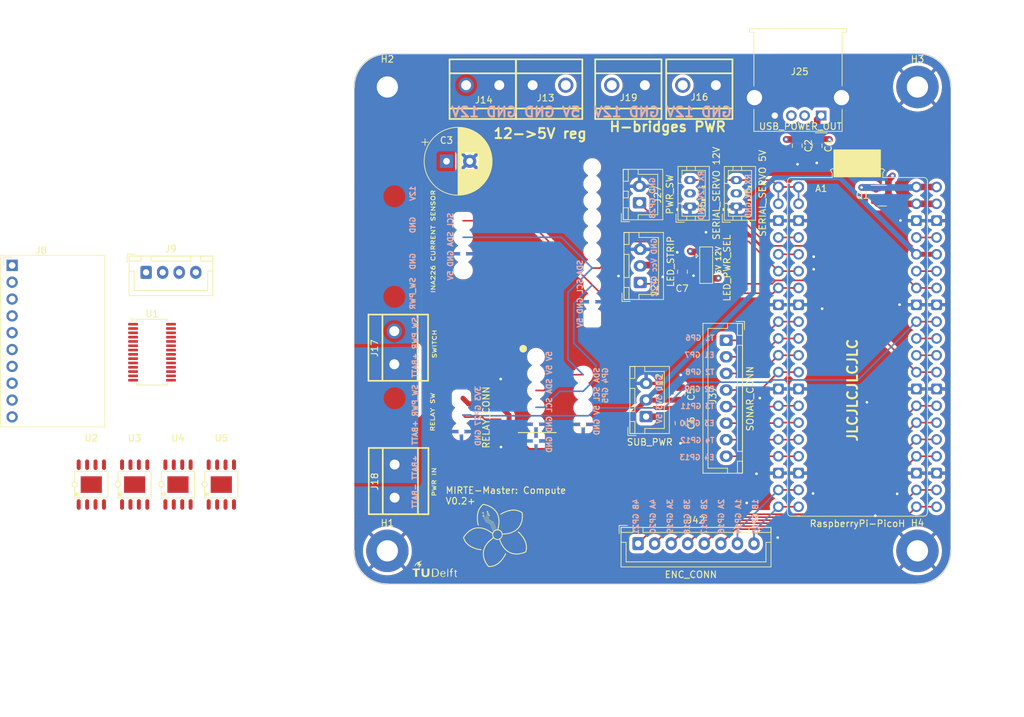
<source format=kicad_pcb>
(kicad_pcb (version 20240108) (generator "pcbnew") (generator_version "8.0")
  (layers (0 "F.Cu" signal) (1 "In1.Cu" signal) (2 "In2.Cu" signal) (31 "B.Cu" signal) (34 "B.Paste" user) (35 "F.Paste" user) (36 "B.SilkS" user "B.Silkscreen") (37 "F.SilkS" user "F.Silkscreen") (38 "B.Mask" user) (39 "F.Mask" user) (44 "Edge.Cuts" user))
  (property "VERSION" "0.2")
  (net 0 "")
  (net 1 "/SDA")
  (net 2 "/SCL")
  (net 3 "unconnected-(A1-GPIO2-Pad4)")
  (net 4 "unconnected-(A1-GPIO3-Pad5)")
  (net 5 "/TRIGG1")
  (net 6 "/ECHO1")
  (net 7 "/TRIGG2")
  (net 8 "/ECHO2")
  (net 9 "/TRIGG3")
  (net 10 "/ECHO3")
  (net 11 "/TRIGG4")
  (net 12 "/ECHO4")
  (net 13 "/TX")
  (net 14 "/1A")
  (net 15 "/1B")
  (net 16 "/2A")
  (net 17 "/2B")
  (net 18 "/3B")
  (net 19 "/3A")
  (net 20 "/4A")
  (net 21 "/LED_STRIP")
  (net 22 "/POWER_RELAY")
  (net 23 "/PWR_IN_SIG")
  (net 24 "unconnected-(A1-RUN-Pad30)")
  (net 25 "unconnected-(A1-GPIO26_ADC0-Pad31)")
  (net 26 "VSYS")
  (net 27 "VBUS")
  (net 28 "/power_input/SWITCHED_PWR")
  (net 29 "unconnected-(A1-ADC_VREF-Pad35)")
  (net 30 "/4B")
  (net 31 "unconnected-(A1-3V3_EN-Pad37)")
  (net 33 "+5V")
  (net 35 "+BATT")
  (net 36 "+3V3")
  (net 43 "-BATT")
  (net 44 "+12V")
  (net 45 "/led_strip/LED_PWR")
  (footprint "easyeda:SO-8_L4.9-W3.9-P1.27-LS6.0-BL-EP" (layer "F.Cu") (at 60.0948 117.7244)
    (property "Reference" "U2")
    (property "Value" "DRV8251DDAR")
  )
  (footprint "MountingHole:MountingHole_3.2mm_M3_Pad" (layer "F.Cu") (at 184.7748 57.7244)
    (property "Reference" "H3")
    (property "Value" "MountingHole_Pad")
  )
  (footprint "easyeda:CONN-TH_XY126V-5.0-2P" (layer "F.Cu") (at 129.1988 57.4513)
    (property "Reference" "J13")
    (property "Value" "sc")
  )
  (footprint "easyeda:CONN-TH_XY126V-5.0-2P" (layer "F.Cu") (at 151.8519 57.4513)
    (property "Reference" "J16")
    (property "Value" "sc")
  )
  (footprint "Connector_JST:JST_XH_B2B-XH-A_1x02_P2.50mm_Vertical" (layer "F.Cu") (at 142.8278 75.2034 90)
    (property "Reference" "J27")
    (property "Value" "PWR_ON_SWITCH")
  )
  (footprint "Capacitor_SMD:C_0805_2012Metric" (layer "F.Cu") (at 148.9492 104.0324 90)
    (property "Reference" "C5")
    (property "Value" "100nF")
  )
  (footprint "easyeda:CONN-TH_XY126V-5.0-2P" (layer "F.Cu") (at 119.1621 57.4513)
    (property "Reference" "J14")
    (property "Value" "sc")
  )
  (footprint "Capacitor_THT:CP_Radial_D10.0mm_P3.50mm" (layer "F.Cu") (at 113.6992 68.9296)
    (property "Reference" "C3")
    (property "Value" "1000uF")
  )
  (footprint "easyeda:CONN-TH_XY126V-5.0-2P" (layer "F.Cu") (at 105.82 97.0657 90)
    (property "Reference" "J17")
    (property "Value" "sc")
  )
  (footprint "MountingHole:MountingHole_3.2mm_M3_Pad" (layer "F.Cu") (at 184.7748 127.7244)
    (property "Reference" "H4")
    (property "Value" "MountingHole_Pad")
  )
  (footprint "Capacitor_SMD:C_0805_2012Metric" (layer "F.Cu") (at 149.3048 85.6072 -90)
    (property "Reference" "C7")
    (property "Value" "100uF")
  )
  (footprint "Connector_JST:JST_XH_B3B-XH-A_1x03_P2.50mm_Vertical" (layer "F.Cu") (at 143.8184 107.4576 90)
    (property "Reference" "J12")
    (property "Value" "Conn_01x03_Pin")
  )
  (footprint "Library:MPU9250" (layer "F.Cu") (at 48.1453 84.6494)
    (property "Reference" "J8")
    (property "Value" "IMU MPU-9250" (hide yes))
  )
  (footprint "easyeda:SO-8_L4.9-W3.9-P1.27-LS6.0-BL-EP" (layer "F.Cu") (at 73.1748 117.7244)
    (property "Reference" "U4")
    (property "Value" "DRV8251DDAR")
  )
  (footprint "Connector_JST:JST_XH_B8B-XH-A_1x08_P2.50mm_Vertical" (layer "F.Cu") (at 142.6068 126.6384)
    (property "Reference" "J42")
    (property "Value" "Conn_01x08_Pin")
  )
  (footprint "Capacitor_SMD:C_0805_2012Metric" (layer "F.Cu") (at 148.9492 108.452 -90)
    (property "Reference" "C6")
    (property "Value" "100nF")
  )
  (footprint "easyeda:SO-8_L4.9-W3.9-P1.27-LS6.0-BL-EP" (layer "F.Cu") (at 79.7148 117.7244)
    (property "Reference" "U5")
    (property "Value" "DRV8251DDAR")
  )
  (footprint "easyeda:CONN-TH_XY126V-5.0-2P" (layer "F.Cu") (at 105.8708 117.2004 90)
    (property "Reference" "J18")
    (property "Value" "sc")
  )
  (footprint "Package_SO:TSSOP-28_4.4x9.7mm_P0.65mm" (layer "F.Cu") (at 69.2623 97.7494)
    (property "Reference" "U1")
    (property "Value" "PCA9685PW")
  )
  (footprint "Library:Raspberry_Pi_Pico_double" (layer "F.Cu") (at 166.8308 72.8134)
    (property "Reference" "A1")
    (property "Value" "RaspberryPi-PicoH")
  )
  (footprint "Connector_USB:USB_A_Molex_67643_Horizontal" (layer "F.Cu") (at 170.2438 62.0384 180)
    (property "Reference" "J25")
    (property "Value" "USB_A")
  )
  (footprint "easyeda:CONN-TH_XY126V-5.0-2P" (layer "F.Cu") (at 141.1368 57.4513)
    (property "Reference" "J19")
    (property "Value" "sc")
  )
  (footprint "Connector_JST:JST_XH_B3B-XH-A_1x03_P2.50mm_Vertical" (layer "F.Cu") (at 142.9378 87.2284 90)
    (property "Reference" "J24")
    (property "Value" "led_strip")
  )
  (footprint "graphics:tudelft_logo_10mm" (layer "F.Cu") (at 111.9668 130.9564)
    (property "Reference" "G1")
    (property "Value" "LOGO" (hide yes))
  )
  (footprint "Jumper:SolderJumper-3_P2.0mm_Open_TrianglePad1.0x1.5mm" (layer "F.Cu") (at 152.8608 84.6076 -90)
    (property "Reference" "JP2" (hide yes))
    (property "Value" "LED_POWER_SELECT")
  )
  (footprint "easyeda:SO-8_L4.9-W3.9-P1.27-LS6.0-BL-EP" (layer "F.Cu") (at 66.6348 117.7244)
    (property "Reference" "U3")
    (property "Value" "DRV8251DDAR")
  )
  (footprint "Connector_JST:JST_PH_B3B-PH-K_1x03_P2.00mm_Vertical" (layer "F.Cu") (at 157.4328 75.7744 90)
    (property "Reference" "J6")
    (property "Value" "servo_connector_small")
  )
  (footprint "Capacitor_SMD:C_0805_2012Metric" (layer "F.Cu") (at 166.6276 66.5928 -90)
    (property "Reference" "C2")
    (property "Value" "10uF")
  )
  (footprint "Connector_JST:JST_PH_B3B-PH-K_1x03_P2.00mm_Vertical" (layer "F.Cu") (at 150.4478 75.7744 90)
    (property "Reference" "J5")
    (property "Value" "servo_connector")
  )
  (footprint "Capacitor_SMD:C_0805_2012Metric" (layer "F.Cu") (at 169.6376 66.5928 -90)
    (property "Reference" "C1")
    (property "Value" "100nF")
  )
  (footprint "MountingHole:MountingHole_3.2mm_M3_Pad" (layer "F.Cu") (at 104.7748 127.7244)
    (property "Reference" "H1")
    (property "Value" "MountingHole_Pad")
  )
  (footprint "Connector_JST:JST_XH_B4B-XH-A_1x04_P2.50mm_Vertical" (layer "F.Cu") (at 68.3623 85.6994)
    (property "Reference" "J9")
    (property "Value" "oled_conn")
  )
  (footprint "MountingHole:MountingHole_3.2mm_M3_Pad" (layer "F.Cu") (at 104.7748 57.7244)
    (property "Reference" "H2")
    (property "Value" "MountingHole_Pad")
  )
  (footprint "Connector_JST:JST_XH_B8B-XH-A_1x08_P2.50mm_Vertical" (layer "F.Cu") (at 155.9088 95.952 -90)
    (property "Reference" "J37")
    (property "Value" "Conn_01x08_Pin")
  )
  (footprint "Package_TO_SOT_SMD:SOT-23" (layer "F.Cu") (at 179.4523 74.1214)
    (property "Reference" "Q1")
    (property "Value" "DMG2305UX")
  )
  (gr_line (start 119.182642 122.397454) (end 119.18589 122.394901) (stroke (width 0.026458)) (layer "F.SilkS"))
  (gr_line (start 121.427658 124.554959) (end 121.464441 124.557756) (stroke (width 0.105833)) (layer "F.SilkS"))
  (gr_line (start 116.429882 125.478523) (end 116.550155 125.317719) (stroke (width 0.132291)) (layer "F.SilkS"))
  (gr_line (start 121.851106 125.837215) (end 121.823744 125.858718) (stroke (width 0.105833)) (layer "F.SilkS"))
  (gr_line (start 124.963402 123.555363) (end 124.901991 123.703955) (stroke (width 0.132291)) (layer "F.SilkS"))
  (gr_line (start 119.907159 122.110721) (end 119.906403 122.106487) (stroke (width 0.026458)) (layer "F.SilkS"))
  (gr_line (start 119.876764 121.901456) (end 119.872339 121.901568) (stroke (width 0.026458)) (layer "F.SilkS"))
  (gr_line (start 121.175002 124.586579) (end 121.209373 124.576819) (stroke (width 0.105833)) (layer "F.SilkS"))
  (gr_line (start 120.029692 122.315179) (end 120.031232 122.311274) (stroke (width 0.026458)) (layer "F.SilkS"))
  (gr_line (start 119.143955 121.956198) (end 119.146192 121.952709) (stroke (width 0.026458)) (layer "F.SilkS"))
  (gr_line (start 120.055767 122.411099) (end 120.052647 122.408396) (stroke (width 0.026458)) (layer "F.SilkS"))
  (gr_line (start 123.112444 127.906555) (end 122.950288 127.80612) (stroke (width 0.132291)) (layer "F.SilkS"))
  (gr_line (start 121.60577 125.970047) (end 121.571399 125.979807) (stroke (width 0.105833)) (layer "F.SilkS"))
  (gr_line (start 120.03916 122.296668) (end 120.041558 122.293297) (stroke (width 0.026458)) (layer "F.SilkS"))
  (gr_line (start 119.951571 121.84905) (end 119.949849 121.852859) (stroke (width 0.026458)) (layer "F.SilkS"))
  (gr_line (start 119.862505 129.861929) (end 119.747906 129.697034) (stroke (width 0.132291)) (layer "F.SilkS"))
  (gr_line (start 119.191925 122.082911) (end 119.187929 122.081559) (stroke (width 0.026458)) (layer "F.SilkS"))
  (gr_line (start 119.905524 122.097816) (end 119.905412 122.093391) (stroke (width 0.026458)) (layer "F.SilkS"))
  (gr_line (start 122.634417 127.549786) (end 122.48236 127.391565) (stroke (width 0.132291)) (layer "F.SilkS"))
  (gr_line (start 119.956582 121.798249) (end 119.957338 121.802483) (stroke (width 0.026458)) (layer "F.SilkS"))
  (gr_line (start 121.363314 122.10729) (end 121.441731 122.281167) (stroke (width 0.132291)) (layer "F.SilkS"))
  (gr_line (start 120.046831 130.086718) (end 119.957717 129.984327) (stroke (width 0.132291)) (layer "F.SilkS"))
  (gr_line (start 119.94795 121.774591) (end 119.949849 121.778299) (stroke (width 0.026458)) (layer "F.SilkS"))
  (gr_line (start 120.770948 125.653887) (end 120.753508 125.623556) (stroke (width 0.105833)) (layer "F.SilkS"))
  (gr_line (start 119.196351 122.388197) (end 119.200059 122.386298) (stroke (width 0.026458)) (layer "F.SilkS"))
  (gr_line (start 121.175184 121.798332) (end 121.27402 121.946512) (stroke (width 0.132291)) (layer "F.SilkS"))
  (gr_line (start 120.119256 122.430291) (end 120.114889 122.430623) (stroke (width 0.026458)) (layer "F.SilkS"))
  (gr_line (start 121.608961 123.627461) (end 121.573815 123.907013) (stroke (width 0.132291)) (layer "F.SilkS"))
  (gr_line (start 119.176535 122.403004) (end 119.179522 122.400157) (stroke (width 0.026458)) (layer "F.SilkS"))
  (gr_line (start 120.065875 122.418286) (end 120.062386 122.416049) (stroke (width 0.026458)) (layer "F.SilkS"))
  (gr_line (start 125.727165 127.583216) (end 125.691484 127.733843) (stroke (width 0.132291)) (layer "F.SilkS"))
  (gr_line (start 124.981295 121.89127) (end 125.113205 121.98134) (stroke (width 0.132291)) (layer "F.SilkS"))
  (gr_line (start 120.046099 122.159745) (end 120.042851 122.162298) (stroke (width 0.026458)) (layer "F.SilkS"))
  (gr_line (start 120.789788 125.683274) (end 120.770948 125.653887) (stroke (width 0.105833)) (layer "F.SilkS"))
  (gr_line (start 120.184005 122.389334) (end 120.181768 122.392823) (stroke (width 0.026458)) (layer "F.SilkS"))
  (gr_line (start 119.954463 121.841149) (end 119.953111 121.845145) (stroke (width 0.026458)) (layer "F.SilkS"))
  (gr_line (start 119.141884 121.959799) (end 119.143955 121.956198) (stroke (width 0.026458)) (layer "F.SilkS"))
  (gr_line (start 119.563255 129.378161) (end 119.503697 129.254659) (stroke (width 0.132291)) (layer "F.SilkS"))
  (gr_line (start 119.60802 123.339843) (end 119.279408 122.554295) (stroke (width 0.039687)) (layer "F.SilkS"))
  (gr_line (start 122.09188 125.459326) (end 122.08212 125.493697) (stroke (width 0.105833)) (layer "F.SilkS"))
  (gr_line (start 119.731335 120.820973) (end 119.956031 120.899519) (stroke (width 0.132291)) (layer "F.SilkS"))
  (gr_line (start 117.201895 126.970272) (end 117.091544 126.892614) (stroke (width 0.132291)) (layer "F.SilkS"))
  (gr_line (start 119.322885 122.4726) (end 119.322338 122.476903) (stroke (width 0.026458)) (layer "F.SilkS"))
  (gr_line (start 119.182642 122.530162) (end 119.179522 122.527459) (stroke (width 0.026458)) (layer "F.SilkS"))
  (gr_line (start 118.391261 123.332202) (end 118.367972 123.13042) (stroke (width 0.132291)) (layer "F.SilkS"))
  (gr_line (start 125.764964 127.142932) (end 125.763168 127.287547) (stroke (width 0.132291)) (layer "F.SilkS"))
  (gr_line (start 121.517101 124.203659) (end 121.437482 124.5179) (stroke (width 0.132291)) (layer "F.SilkS"))
  (gr_line (start 119.811535 121.754775) (end 119.814522 121.751928) (stroke (width 0.026458)) (layer "F.SilkS"))
  (gr_line (start 122.070733 125.029276) (end 122.08212 125.062929) (stroke (width 0.105833)) (layer "F.SilkS"))
  (gr_line (start 119.226287 121.915241) (end 119.230591 121.915788) (stroke (width 0.026458)) (layer "F.SilkS"))
  (gr_line (start 119.901905 121.89635) (end 119.89791 121.897702) (stroke (width 0.026458)) (layer "F.SilkS"))
  (gr_line (start 119.274619 122.386298) (end 119.278327 122.388197) (stroke (width 0.026458)) (layer "F.SilkS"))
  (gr_line (start 121.316331 124.557756) (end 121.353114 124.554959) (stroke (width 0.105833)) (layer "F.SilkS"))
  (gr_line (start 125.487588 126.091449) (end 125.54375 126.210641) (stroke (width 0.132291)) (layer "F.SilkS"))
  (gr_line (start 120.077279 122.097816) (end 120.076947 122.102183) (stroke (width 0.026458)) (layer "F.SilkS"))
  (gr_line (start 119.19275 122.537348) (end 119.189262 122.535112) (stroke (width 0.026458)) (layer "F.SilkS"))
  (gr_line (start 119.299619 122.026358) (end 119.298267 122.030353) (stroke (width 0.026458)) (layer "F.SilkS"))
  (gr_line (start 119.893829 121.898861) (end 119.889669 121.899821) (stroke (width 0.026458)) (layer "F.SilkS"))
  (gr_line (start 119.956582 121.832909) (end 119.955621 121.837069) (stroke (width 0.026458)) (layer "F.SilkS"))
  (gr_line (start 122.48236 127.391565) (end 122.335328 127.211762) (stroke (width 0.132291)) (layer "F.SilkS"))
  (gr_line (start 120.854248 124.791312) (end 120.878231 124.766158) (stroke (width 0.105833)) (layer "F.SilkS"))
  (gr_line (start 120.027182 122.323255) (end 120.028341 122.319175) (stroke (width 0.026458)) (layer "F.SilkS"))
  (gr_line (start 119.922495 122.14484) (end 119.920098 122.141469) (stroke (width 0.026458)) (layer "F.SilkS"))
  (gr_line (start 119.298267 122.030353) (end 119.296728 122.034258) (stroke (width 0.026458)) (layer "F.SilkS"))
  (gr_line (start 121.571399 125.979807) (end 121.536357 125.987894) (stroke (width 0.105833)) (layer "F.SilkS"))
  (gr_line (start 119.94795 121.856566) (end 119.94588 121.860167) (stroke (width 0.026458)) (layer "F.SilkS"))
  (gr_line (start 120.771923 124.831829) (end 120.302022 123.71317) (stroke (width 0.039687)) (layer "F.SilkS"))
  (gr_line (start 119.916928 121.889119) (end 119.913327 121.89119) (stroke (width 0.026458)) (layer "F.SilkS"))
  (gr_line (start 124.893628 125.230562) (end 125.025639 125.384933) (stroke (width 0.132291)) (layer "F.SilkS"))
  (gr_line (start 119.232914 122.549686) (end 119.228547 122.549353) (stroke (width 0.026458)) (layer "F.SilkS"))
  (gr_line (start 120.165161 122.411099) (end 120.161913 122.413652) (stroke (width 0.026458)) (layer "F.SilkS"))
  (gr_line (start 120.196454 122.344745) (end 120.196342 122.34917) (stroke (width 0.026458)) (layer "F.SilkS"))
  (gr_line (start 119.153844 122.058605) (end 119.151142 122.055484) (stroke (width 0.026458)) (layer "F.SilkS"))
  (gr_line (start 125.643035 127.886046) (end 125.519567 127.942442) (stroke (width 0.132291)) (layer "F.SilkS"))
  (gr_line (start 121.795347 125.878911) (end 121.76596 125.897751) (stroke (width 0.105833)) (layer "F.SilkS"))
  (gr_line (start 120.698652 125.493697) (end 120.688892 125.459326) (stroke (width 0.105833)) (layer "F.SilkS"))
  (gr_line (start 119.91217 122.126862) (end 119.91063 122.122957) (stroke (width 0.026458)) (layer "F.SilkS"))
  (gr_line (start 120.027182 122.366236) (end 120.026222 122.362075) (stroke (width 0.026458)) (layer "F.SilkS"))
  (gr_line (start 119.314849 122.501088) (end 119.31295 122.504796) (stroke (width 0.026458)) (layer "F.SilkS"))
  (gr_line (start 119.159678 121.937136) (end 119.162798 121.934433) (stroke (width 0.026458)) (layer "F.SilkS"))
  (gr_line (start 119.176535 122.524612) (end 119.173688 122.521625) (stroke (width 0.026458)) (layer "F.SilkS"))
  (gr_line (start 119.838868 121.894811) (end 119.835059 121.893089) (stroke (width 0.026458)) (layer "F.SilkS"))
  (gr_line (start 120.667032 125.241041) (end 120.669829 125.204258) (stroke (width 0.105833)) (layer "F.SilkS"))
  (gr_line (start 121.12911 124.567245) (end 120.656697 123.43893) (stroke (width 0.039687)) (layer "F.SilkS"))
  (gr_line (start 119.258483 122.076398) (end 119.254775 122.078297) (stroke (width 0.026458)) (layer "F.SilkS"))
  (gr_line (start 119.135372 122.026358) (end 119.134213 122.022277) (stroke (width 0.026458)) (layer "F.SilkS"))
  (gr_line (start 120.20136 121.006474) (end 120.32842 121.071855) (stroke (width 0.132291)) (layer "F.SilkS"))
  (gr_line (start 120.073184 122.267235) (end 120.076993 122.265513) (stroke (width 0.026458)) (layer "F.SilkS"))
  (gr_line (start 120.878231 125.790468) (end 120.854248 125.765314) (stroke (width 0.105833)) (layer "F.SilkS"))
  (gr_line (start 119.196351 122.539419) (end 119.19275 122.537348) (stroke (width 0.026458)) (layer "F.SilkS"))
  (gr_line (start 119.801035 121.863656) (end 119.798798 121.860167) (stroke (width 0.026458)) (layer "F.SilkS"))
  (gr_line (start 119.187929 121.920015) (end 119.191925 121.918663) (stroke (width 0.026458)) (layer "F.SilkS"))
  (gr_line (start 120.012892 122.010109) (end 120.016972 122.011268) (stroke (width 0.026458)) (layer "F.SilkS"))
  (gr_line (start 121.141348 124.597966) (end 121.175002 124.586579) (stroke (width 0.105833)) (layer "F.SilkS"))
  (gr_line (start 119.162798 122.067141) (end 119.159678 122.064438) (stroke (width 0.026458)) (layer "F.SilkS"))
  (gr_line (start 120.106039 122.258868) (end 120.110464 122.258756) (stroke (width 0.026458)) (layer "F.SilkS"))
  (gr_line (start 119.906403 122.080296) (end 119.907159 122.076061) (stroke (width 0.026458)) (layer "F.SilkS"))
  (gr_line (start 120.147744 122.267235) (end 120.151452 122.269134) (stroke (width 0.026458)) (layer "F.SilkS"))
  (gr_line (start 119.974072 122.177634) (end 119.969911 122.176674) (stroke (width 0.026458)) (layer "F.SilkS"))
  (gr_line (start 123.28392 125.033829) (end 123.028411 125.097716) (stroke (width 0.132291)) (layer "F.SilkS"))
  (gr_line (start 119.243066 122.082911) (end 119.238986 122.084069) (stroke (width 0.026458)) (layer "F.SilkS"))
  (gr_line (start 119.254775 122.078297) (end 119.250966 122.080019) (stroke (width 0.026458)) (layer "F.SilkS"))
  (gr_line (start 119.605292 124.470634) (end 119.845147 124.579436) (stroke (width 0.132291)) (layer "F.SilkS"))
  (gr_line (start 119.946813 122.166932) (end 119.943324 122.164695) (stroke (width 0.026458)) (layer "F.SilkS"))
  (gr_line (start 119.859244 121.900578) (end 119.855009 121.899821) (stroke (width 0.026458)) (layer "F.SilkS"))
  (gr_line (start 119.915791 122.134379) (end 119.913892 122.130671) (stroke (width 0.026458)) (layer "F.SilkS"))
  (gr_line (start 119.203868 122.384576) (end 119.207773 122.383036) (stroke (width 0.026458)) (layer "F.SilkS"))
  (gr_line (start 118.544821 121.634564) (end 118.600036 121.506967) (stroke (width 0.132291)) (layer "F.SilkS"))
  (gr_line (start 120.076947 122.102183) (end 120.076401 122.106487) (stroke (width 0.026458)) (layer "F.SilkS"))
  (gr_line (start 118.156589 124.285192) (end 118.338759 124.259936) (stroke (width 0.132291)) (layer "F.SilkS"))
  (gr_line (start 120.667032 125.315585) (end 120.666089 125.278313) (stroke (width 0.105833)) (layer "F.SilkS"))
  (gr_line (start 119.920417 121.886883) (end 119.916928 121.889119) (stroke (width 0.026458)) (layer "F.SilkS"))
  (gr_line (start 119.15135 122.463808) (end 119.151461 122.459383) (stroke (width 0.026458)) (layer "F.SilkS"))
  (gr_line (start 123.932252 128.177847) (end 123.769851 128.150504) (stroke (width 0.132291)) (layer "F.SilkS"))
  (gr_line (start 120.195463 122.357841) (end 120.194707 122.362075) (stroke (width 0.026458)) (layer "F.SilkS"))
  (gr_line (start 121.108457 125.945691) (end 121.076373 125.931186) (stroke (width 0.105833)) (layer "F.SilkS"))
  (gr_line (start 119.796728 121.774591) (end 119.798798 121.77099) (stroke (width 0.026458)) (layer "F.SilkS"))
  (gr_line (start 120.101672 122.430291) (end 120.097369 122.429744) (stroke (width 0.026458)) (layer "F.SilkS"))
  (gr_line (start 120.106039 122.430623) (end 120.101672 122.430291) (stroke (width 0.026458)) (layer "F.SilkS"))
  (gr_line (start 117.982725 124.323892) (end 118.156589 124.285192) (stroke (width 0.132291)) (layer "F.SilkS"))
  (gr_line (start 120.039479 122.164695) (end 120.03599 122.166932) (stroke (width 0.026458)) (layer "F.SilkS"))
  (gr_line (start 119.885434 121.73058) (end 119.889669 121.731336) (stroke (width 0.026458)) (layer "F.SilkS"))
  (gr_line (start 119.846768 121.733455) (end 119.850849 121.732296) (stroke (width 0.026458)) (layer "F.SilkS"))
  (gr_line (start 125.11285 122.97497) (end 125.088169 123.115717) (stroke (width 0.132291)) (layer "F.SilkS"))
  (gr_line (start 123.221992 121.640053) (end 123.349446 121.615489) (stroke (width 0.132291)) (layer "F.SilkS"))
  (gr_line (start 120.012892 122.176674) (end 120.008731 122.177634) (stroke (width 0.026458)) (layer "F.SilkS"))
  (gr_line (start 119.867914 121.901456) (end 119.863547 121.901124) (stroke (width 0.026458)) (layer "F.SilkS"))
  (gr_line (start 125.714362 126.724525) (end 125.739824 126.861208) (stroke (width 0.132291)) (layer "F.SilkS"))
  (gr_line (start 116.550155 125.317719) (end 116.704498 125.136513) (stroke (width 0.132291)) (layer "F.SilkS"))
  (gr_line (start 120.087826 126.337512) (end 120.18704 126.240904) (stroke (width 0.132291)) (layer "F.SilkS"))
  (gr_line (start 124.744193 123.99744) (end 124.646057 124.140078) (stroke (width 0.132291)) (layer "F.SilkS"))
  (gr_line (start 121.735629 124.641435) (end 121.76596 124.658875) (stroke (width 0.105833)) (layer "F.SilkS"))
  (gr_line (start 122.009824 124.902739) (end 122.027264 124.93307) (stroke (width 0.105833)) (layer "F.SilkS"))
  (gr_line (start 119.172907 121.927246) (end 119.176508 121.925176) (stroke (width 0.026458)) (layer "F.SilkS"))
  (gr_line (start 119.872339 121.901568) (end 119.867914 121.901456) (stroke (width 0.026458)) (layer "F.SilkS"))
  (gr_line (start 119.132497 122.013882) (end 119.13195 122.009579) (stroke (width 0.026458)) (layer "F.SilkS"))
  (gr_line (start 120.025465 122.357841) (end 120.024919 122.353537) (stroke (width 0.026458)) (layer "F.SilkS"))
  (gr_line (start 121.877387 124.742175) (end 121.902541 124.766158) (stroke (width 0.105833)) (layer "F.SilkS"))
  (gr_line (start 119.927751 122.035574) (end 119.930598 122.032587) (stroke (width 0.026458)) (layer "F.SilkS"))
  (gr_line (start 122.057764 125.560242) (end 122.043259 125.592326) (stroke (width 0.105833)) (layer "F.SilkS"))
  (gr_line (start 119.850849 121.732296) (end 119.855009 121.731336) (stroke (width 0.026458)) (layer "F.SilkS"))
  (gr_line (start 119.191925 121.918663) (end 119.196005 121.917505) (stroke (width 0.026458)) (layer "F.SilkS"))
  (gr_line (start 120.068912 122.056111) (end 120.070634 122.05992) (stroke (width 0.026458)) (layer "F.SilkS"))
  (gr_line (start 123.44105 128.057767) (end 123.276308 127.990051) (stroke (width 0.132291)) (layer "F.SilkS"))
  (gr_line (start 119.189262 122.535112) (end 119.18589 122.532714) (stroke (width 0.026458)) (layer "F.SilkS"))
  (gr_line (start 119.278299 122.061591) (end 119.275313 122.064438) (stroke (width 0.026458)) (layer "F.SilkS"))
  (gr_line (start 119.863547 121.730033) (end 119.867914 121.729701) (stroke (width 0.026458)) (layer "F.SilkS"))
  (gr_line (start 121.795347 124.677715) (end 121.823744 124.697908) (stroke (width 0.105833)) (layer "F.SilkS"))
  (gr_line (start 116.2748 125.7244) (end 116.343812 125.607513) (stroke (width 0.132291)) (layer "F.SilkS"))
  (gr_line (start 119.957885 121.824371) (end 119.957338 121.828674) (stroke (width 0.026458)) (layer "F.SilkS"))
  (gr_line (start 119.793107 121.782108) (end 119.794829 121.778299) (stroke (width 0.026458)) (layer "F.SilkS"))
  (gr_line (start 120.674435 125.16801) (end 120.680804 125.132342) (stroke (width 0.105833)) (layer "F.SilkS"))
  (gr_line (start 124.5398 109.8744) (end 130.2548 109.8744) (stroke (width 0.15)) (layer "F.SilkS"))
  (gr_line (start 122.790669 127.687584) (end 122.634417 127.549786) (stroke (width 0.132291)) (layer "F.SilkS"))
  (gr_line (start 116.704498 125.136513) (end 116.892783 124.946318) (stroke (width 0.132291)) (layer "F.SilkS"))
  (gr_line (start 120.179371 122.396194) (end 120.176818 122.399443) (stroke (width 0.026458)) (layer "F.SilkS"))
  (gr_line (start 119.917861 122.13798) (end 119.915791 122.134379) (stroke (width 0.026458)) (layer "F.SilkS"))
  (gr_line (start 119.930598 122.032587) (end 119.933584 122.02974) (stroke (width 0.026458)) (layer "F.SilkS"))
  (gr_line (start 119.224244 122.378809) (end 119.228547 122.378262) (stroke (width 0.026458)) (layer "F.SilkS"))
  (gr_line (start 121.076373 124.62544) (end 121.108457 124.610935) (stroke (width 0.105833)) (layer "F.SilkS"))
  (gr_line (start 119.943324 122.022087) (end 119.946813 122.019851) (stroke (width 0.026458)) (layer "F.SilkS"))
  (gr_line (start 119.292036 122.397454) (end 119.295157 122.400157) (stroke (width 0.026458)) (layer "F.SilkS"))
  (gr_line (start 118.497637 121.763867) (end 118.544821 121.634564) (stroke (width 0.132291)) (layer "F.SilkS"))
  (gr_line (start 120.123559 122.259747) (end 120.127794 122.260503) (stroke (width 0.026458)) (layer "F.SilkS"))
  (gr_line (start 119.281928 122.537348) (end 119.278327 122.539419) (stroke (width 0.026458)) (layer "F.SilkS"))
  (gr_line (start 119.974072 122.009149) (end 119.978306 122.008392) (stroke (width 0.026458)) (layer "F.SilkS"))
  (gr_line (start 120.034853 122.303758) (end 120.036924 122.300157) (stroke (width 0.026458)) (layer "F.SilkS"))
  (gr_line (start 119.819422 122.715162) (end 119.964943 122.185995) (stroke (width 0.039687)) (layer "F.SilkS"))
  (gr_line (start 119.537962 120.766839) (end 119.731335 120.820973) (stroke (width 0.132291)) (layer "F.SilkS"))
  (gr_line (start 119.930156 121.751928) (end 119.933143 121.754775) (stroke (width 0.026458)) (layer "F.SilkS"))
  (gr_line (start 119.237339 122.377818) (end 119.241764 122.37793) (stroke (width 0.026458)) (layer "F.SilkS"))
  (gr_line (start 122.08212 125.493697) (end 122.070733 125.52735) (stroke (width 0.105833)) (layer "F.SilkS"))
  (gr_line (start 120.877756 124.739225) (end 120.405342 123.610909) (stroke (width 0.039687)) (layer "F.SilkS"))
  (gr_line (start 125.691484 127.733843) (end 125.643035 127.886046) (stroke (width 0.132291)) (layer "F.SilkS"))
  (gr_line (start 119.153097 122.446478) (end 119.154057 122.442318) (stroke (width 0.026458)) (layer "F.SilkS"))
  (gr_line (start 119.961835 122.174163) (end 119.957931 122.172623) (stroke (width 0.026458)) (layer "F.SilkS"))
  (gr_line (start 119.881131 121.901124) (end 119.876764 121.901456) (stroke (width 0.026458)) (layer "F.SilkS"))
  (gr_line (start 117.370654 124.584608) (end 117.511132 124.506395) (stroke (width 0.132291)) (layer "F.SilkS"))
  (gr_line (start 119.154057 122.485298) (end 119.153097 122.481138) (stroke (width 0.026458)) (layer "F.SilkS"))
  (gr_line (start 119.943324 122.164695) (end 119.939953 122.162298) (stroke (width 0.026458)) (layer "F.SilkS"))
  (gr_line (start 119.220009 122.379565) (end 119.224244 122.378809) (stroke (width 0.026458)) (layer "F.SilkS"))
  (gr_line (start 120.076401 122.106487) (end 120.075644 122.110721) (stroke (width 0.026458)) (layer "F.SilkS"))
  (gr_line (start 119.349881 128.839044) (end 119.311389 128.687022) (stroke (width 0.132291)) (layer "F.SilkS"))
  (gr_line (start 120.073525 122.118962) (end 120.072173 122.122957) (stroke (width 0.026458)) (layer "F.SilkS"))
  (gr_line (start 120.854248 125.765314) (end 120.831483 125.739033) (stroke (width 0.105833)) (layer "F.SilkS"))
  (gr_line (start 119.2044 121.915788) (end 119.208703 121.915241) (stroke (width 0.026458)) (layer "F.SilkS"))
  (gr_line (start 123.605841 128.110864) (end 123.44105 128.057767) (stroke (width 0.132291)) (layer "F.SilkS"))
  (gr_line (start 120.039479 122.022087) (end 120.042851 122.024485) (stroke (width 0.026458)) (layer "F.SilkS"))
  (gr_line (start 120.036924 122.300157) (end 120.03916 122.296668) (stroke (width 0.026458)) (layer "F.SilkS"))
  (gr_line (start 119.27546 127.846755) (end 119.309019 127.665931) (stroke (width 0.132291)) (layer "F.SilkS"))
  (gr_circle (center 125.2748 97.2244) (end 125.7748 97.2244) (stroke (width 0.15)) (fill solid) (layer "F.SilkS"))
  (gr_line (start 121.076373 125.931186) (end 121.045143 125.915191) (stroke (width 0.105833)) (layer "F.SilkS"))
  (gr_line (start 121.29961 129.755919) (end 121.180877 129.825545) (stroke (width 0.132291)) (layer "F.SilkS"))
  (gr_line (start 120.026222 122.327416) (end 120.027182 122.323255) (stroke (width 0.026458)) (layer "F.SilkS"))
  (gr_line (start 119.156567 122.434242) (end 119.158107 122.430337) (stroke (width 0.026458)) (layer "F.SilkS"))
  (gr_line (start 120.076947 122.084599) (end 120.077279 122.088966) (stroke (width 0.026458)) (layer "F.SilkS"))
  (gr_line (start 119.803433 121.76413) (end 119.805985 121.760881) (stroke (width 0.026458)) (layer "F.SilkS"))
  (gr_line (start 120.052647 122.281094) (end 120.055767 122.278392) (stroke (width 0.026458)) (layer "F.SilkS"))
  (gr_line (start 119.26291 122.545932) (end 119.258829 122.54709) (stroke (width 0.026458)) (layer "F.SilkS"))
  (gr_line (start 118.663773 121.381663) (end 118.736523 121.25924) (stroke (width 0.132291)) (layer "F.SilkS"))
  (gr_line (start 120.046813 122.286928) (end 120.04966 122.283942) (stroke (width 0.026458)) (layer "F.SilkS"))
  (gr_line (start 122.354379 121.937537) (end 122.540125 121.855357) (stroke (width 0.132291)) (layer "F.SilkS"))
  (gr_line (start 119.265573 122.072091) (end 119.262084 122.074328) (stroke (width 0.026458)) (layer "F.SilkS"))
  (gr_line (start 120.996818 124.64662) (end 120.524405 123.518305) (stroke (width 0.039687)) (layer "F.SilkS"))
  (gr_line (start 119.179522 122.527459) (end 119.176535 122.524612) (stroke (width 0.026458)) (layer "F.SilkS"))
  (gr_line (start 120.656697 123.43893) (end 119.962562 123.065602) (stroke (width 0.039687)) (layer "F.SilkS"))
  (gr_line (start 121.851106 124.71941) (end 121.877387 124.742175) (stroke (width 0.105833)) (layer "F.SilkS"))
  (gr_line (start 125.014319 123.407041) (end 124.963402 123.555363) (stroke (width 0.132291)) (layer "F.SilkS"))
  (gr_line (start 125.427495 125.976395) (end 125.487588 126.091449) (stroke (width 0.132291)) (layer "F.SilkS"))
  (gr_line (start 125.595245 126.333759) (end 125.641336 126.460587) (stroke (width 0.132291)) (layer "F.SilkS"))
  (gr_line (start 121.441731 122.281167) (end 121.507933 122.468641) (stroke (width 0.132291)) (layer "F.SilkS"))
  (gr_line (start 119.91063 122.063825) (end 119.91217 122.05992) (stroke (width 0.026458)) (layer "F.SilkS"))
  (gr_line (start 119.920098 122.045314) (end 119.922495 122.041942) (stroke (width 0.026458)) (layer "F.SilkS"))
  (gr_line (start 119.258483 121.925176) (end 119.262084 121.927246) (stroke (width 0.026458)) (layer "F.SilkS"))
  (gr_line (start 119.293107 121.959799) (end 119.295005 121.963507) (stroke (width 0.026458)) (layer "F.SilkS"))
  (gr_line (start 119.82089 121.746672) (end 119.824262 121.744275) (stroke (width 0.026458)) (layer "F.SilkS"))
  (gr_line (start 121.968328 122.143157) (end 122.065155 122.086591) (stroke (width 0.132291)) (layer "F.SilkS"))
  (gr_line (start 119.794829 121.778299) (end 119.796728 121.774591) (stroke (width 0.026458)) (layer "F.SilkS"))
  (gr_line (start 120.052647 122.408396) (end 120.04966 122.405549) (stroke (width 0.026458)) (layer "F.SilkS"))
  (gr_line (start 121.261402 124.501099) (end 120.788988 123.372784) (stroke (width 0.039687)) (layer "F.SilkS"))
  (gr_line (start 122.065155 122.086591) (end 122.194947 122.016333) (stroke (width 0.132291)) (layer "F.SilkS"))
  (gr_line (start 120.83479 121.424385) (end 120.954232 121.537768) (stroke (width 0.132291)) (layer "F.SilkS"))
  (gr_line (start 116.444745 126.156526) (end 116.37901 126.020918) (stroke (width 0.132291)) (layer "F.SilkS"))
  (gr_line (start 120.075644 122.110721) (end 120.074684 122.114881) (stroke (width 0.026458)) (layer "F.SilkS"))
  (gr_line (start 120.669829 125.204258) (end 120.674435 125.16801) (stroke (width 0.105833)) (layer "F.SilkS"))
  (gr_line (start 116.781609 126.620365) (end 116.687756 126.515702) (stroke (width 0.132291)) (layer "F.SilkS"))
  (gr_line (start 123.028411 125.097716) (end 122.751046 125.147215) (stroke (width 0.132291)) (layer "F.SilkS"))
  (gr_line (start 121.704399 124.62544) (end 121.735629 124.641435) (stroke (width 0.105833)) (layer "F.SilkS"))
  (gr_line (start 120.179371 122.293297) (end 120.181768 122.296668) (stroke (width 0.026458)) (layer "F.SilkS"))
  (gr_line (start 116.880675 126.717907) (end 116.781609 126.620365) (stroke (width 0.132291)) (layer "F.SilkS"))
  (gr_line (start 119.955621 121.837069) (end 119.954463 121.841149) (stroke (width 0.026458)) (layer "F.SilkS"))
  (gr_line (start 119.954463 121.790008) (end 119.955621 121.794089) (stroke (width 0.026458)) (layer "F.SilkS"))
  (gr_line (start 119.285417 122.535112) (end 119.281928 122.537348) (stroke (width 0.026458)) (layer "F.SilkS"))
  (gr_line (start 121.464441 125.99887) (end 121.427658 126.001667) (stroke (width 0.105833)) (layer "F.SilkS"))
  (gr_line (start 119.941245 121.76413) (end 119.943643 121.767501) (stroke (width 0.026458)) (layer "F.SilkS"))
  (gr_line (start 119.889669 121.899821) (end 119.885434 121.900578) (stroke (width 0.026458)) (layer "F.SilkS"))
  (gr_line (start 119.169418 122.072091) (end 119.166047 122.069694) (stroke (width 0.026458)) (layer "F.SilkS"))
  (gr_line (start 117.114878 124.758545) (end 117.238564 124.669134) (stroke (width 0.132291)) (layer "F.SilkS"))
  (gr_line (start 119.272193 122.067141) (end 119.268944 122.069694) (stroke (width 0.026458)) (layer "F.SilkS"))
  (gr_line (start 120.114889 122.430623) (end 120.110464 122.430735) (stroke (width 0.026458)) (layer "F.SilkS"))
  (gr_line (start 121.068143 121.66225) (end 121.175184 121.798332) (stroke (width 0.132291)) (layer "F.SilkS"))
  (gr_line (start 120.192588 122.370316) (end 120.191236 122.374312) (stroke (width 0.026458)) (layer "F.SilkS"))
  (gr_line (start 121.536357 125.987894) (end 121.500689 125.994264) (stroke (width 0.105833)) (layer "F.SilkS"))
  (gr_line (start 119.961835 122.012619) (end 119.965831 122.011268) (stroke (width 0.026458)) (layer "F.SilkS"))
  (gr_line (start 121.536357 124.568731) (end 121.571399 124.576819) (stroke (width 0.105833)) (layer "F.SilkS"))
  (gr_line (start 120.193747 122.323255) (end 120.194707 122.327416) (stroke (width 0.026458)) (layer "F.SilkS"))
  (gr_line (start 119.138263 121.967316) (end 119.139985 121.963507) (stroke (width 0.026458)) (layer "F.SilkS"))
  (gr_line (start 121.014812 125.897751) (end 120.985425 125.878911) (stroke (width 0.105833)) (layer "F.SilkS"))
  (gr_line (start 120.055053 122.151209) (end 120.052205 122.154195) (stroke (width 0.026458)) (layer "F.SilkS"))
  (gr_line (start 119.786793 121.806787) (end 119.78734 121.802483) (stroke (width 0.026458)) (layer "F.SilkS"))
  (gr_line (start 120.18704 126.240904) (end 120.292965 126.144378) (stroke (width 0.132291)) (layer "F.SilkS"))
  (gr_line (start 119.319463 122.489379) (end 119.318111 122.493374) (stroke (width 0.026458)) (layer "F.SilkS"))
  (gr_line (start 119.817642 121.881932) (end 119.814522 121.87923) (stroke (width 0.026458)) (layer "F.SilkS"))
  (gr_line (start 121.427658 126.001667) (end 121.390386 126.00261) (stroke (width 0.105833)) (layer "F.SilkS"))
  (gr_line (start 120.194707 122.327416) (end 120.195463 122.33165) (stroke (width 0.026458)) (layer "F.SilkS"))
  (gr_line (start 120.794024 129.992786) (end 120.654841 130.032097) (stroke (width 0.132291)) (layer "F.SilkS"))
  (gr_line (start 119.220009 122.54805) (end 119.215849 122.54709) (stroke (width 0.026458)) (layer "F.SilkS"))
  (gr_line (start 120.753508 125.623556) (end 120.737513 125.592326) (stroke (width 0.105833)) (layer "F.SilkS"))
  (gr_line (start 120.077391 122.093391) (end 120.077279 122.097816) (stroke (width 0.026458)) (layer "F.SilkS"))
  (gr_line (start 119.151142 122.055484) (end 119.148589 122.052236) (stroke (width 0.026458)) (layer "F.SilkS"))
  (gr_line (start 119.320621 122.442318) (end 119.321582 122.446478) (stroke (width 0.026458)) (layer "F.SilkS"))
  (gr_line (start 119.790215 121.790008) (end 119.791567 121.786013) (stroke (width 0.026458)) (layer "F.SilkS"))
  (gr_line (start 119.986977 122.179269) (end 119.98261 122.178937) (stroke (width 0.026458)) (layer "F.SilkS"))
  (gr_line (start 120.753508 124.93307) (end 120.770948 124.902739) (stroke (width 0.105833)) (layer "F.SilkS"))
  (gr_line (start 120.049219 122.02974) (end 120.052205 122.032587) (stroke (width 0.026458)) (layer "F.SilkS"))
  (gr_line (start 119.790215 121.841149) (end 119.789057 121.837069) (stroke (width 0.026458)) (layer "F.SilkS"))
  (gr_line (start 119.923788 121.746672) (end 119.927036 121.749225) (stroke (width 0.026458)) (layer "F.SilkS"))
  (gr_line (start 119.132497 121.987692) (end 119.133253 121.983457) (stroke (width 0.026458)) (layer "F.SilkS"))
  (gr_line (start 119.278327 122.388197) (end 119.281928 122.390267) (stroke (width 0.026458)) (layer "F.SilkS"))
  (gr_line (start 119.301738 122.018117) (end 119.300778 122.022277) (stroke (width 0.026458)) (layer "F.SilkS"))
  (gr_line (start 119.913327 121.739968) (end 119.916928 121.742038) (stroke (width 0.026458)) (layer "F.SilkS"))
  (gr_line (start 120.052205 122.154195) (end 120.049219 122.157042) (stroke (width 0.026458)) (layer "F.SilkS"))
  (gr_line (start 119.913327 121.89119) (end 119.909619 121.893089) (stroke (width 0.026458)) (layer "F.SilkS"))
  (gr_line (start 122.110943 125.352368) (end 122.106337 125.388616) (stroke (width 0.105833)) (layer "F.SilkS"))
  (gr_line (start 120.067013 122.052403) (end 120.068912 122.056111) (stroke (width 0.026458)) (layer "F.SilkS"))
  (gr_line (start 122.08212 125.062929) (end 122.09188 125.0973) (stroke (width 0.105833)) (layer "F.SilkS"))
  (gr_line (start 119.962562 123.065602) (end 119.819422 122.715162) (stroke (width 0.039687)) (layer "F.SilkS"))
  (gr_line (start 120.062386 122.416049) (end 120.059015 122.413652) (stroke (width 0.026458)) (layer "F.SilkS"))
  (gr_line (start 119.169418 121.929483) (end 119.172907 121.927246) (stroke (width 0.026458)) (layer "F.SilkS"))
  (gr_line (start 119.288788 122.532714) (end 119.285417 122.535112) (stroke (width 0.026458)) (layer "F.SilkS"))
  (gr_line (start 120.184005 122.300157) (end 120.186075 122.303758) (stroke (width 0.026458)) (layer "F.SilkS"))
  (gr_line (start 119.298143 122.524612) (end 119.295157 122.527459) (stroke (width 0.026458)) (layer "F.SilkS"))
  (gr_line (start 120.073184 122.422255) (end 120.069476 122.420357) (stroke (width 0.026458)) (layer "F.SilkS"))
  (gr_line (start 120.041558 122.293297) (end 120.04411 122.290048) (stroke (width 0.026458)) (layer "F.SilkS"))
  (gr_line (start 119.151461 122.468233) (end 119.15135 122.463808) (stroke (width 0.026458)) (layer "F.SilkS"))
  (gr_line (start 121.413242 129.68063) (end 121.29961 129.755919) (stroke (width 0.132291)) (layer "F.SilkS"))
  (gr_line (start 119.166035 122.41573) (end 119.168433 122.412359) (stroke (width 0.026458)) (layer "F.SilkS"))
  (gr_line (start 122.027264 124.93307) (end 122.043259 124.9643) (stroke (width 0.105833)) (layer "F.SilkS"))
  (gr_line (start 119.946813 122.019851) (end 119.950414 122.01778) (stroke (width 0.026458)) (layer "F.SilkS"))
  (gr_line (start 120.097369 122.259747) (end 120.101672 122.2592) (stroke (width 0.026458)) (layer "F.SilkS"))
  (gr_line (start 120.136035 122.426869) (end 120.131954 122.428028) (stroke (width 0.026458)) (layer "F.SilkS"))
  (gr_line (start 118.91103 121.025392) (end 119.013771 120.915145) (stroke (width 0.132291)) (layer "F.SilkS"))
  (gr_line (start 125.756937 127.000748) (end 125.764964 127.142932) (stroke (width 0.132291)) (layer "F.SilkS"))
  (gr_line (start 117.314555 127.041795) (end 117.201895 126.970272) (stroke (width 0.132291)) (layer "F.SilkS"))
  (gr_line (start 119.909278 122.067821) (end 119.91063 122.063825) (stroke (width 0.026458)) (layer "F.SilkS"))
  (gr_line (start 120.077279 122.088966) (end 120.077391 122.093391) (stroke (width 0.026458)) (layer "F.SilkS"))
  (gr_line (start 119.139985 121.963507) (end 119.141884 121.959799) (stroke (width 0.026458)) (layer "F.SilkS"))
  (gr_line (start 121.823744 125.858718) (end 121.795347 125.878911) (stroke (width 0.105833)) (layer "F.SilkS"))
  (gr_line (start 119.82775 121.742038) (end 119.831351 121.739968) (stroke (width 0.026458)) (layer "F.SilkS"))
  (gr_line (start 124.66787 124.996244) (end 124.772408 125.10043) (stroke (width 0.132291)) (layer "F.SilkS"))
  (gr_line (start 120.024586 122.34917) (end 120.024475 122.344745) (stroke (width 0.026458)) (layer "F.SilkS"))
  (gr_line (start 119.831351 121.739968) (end 119.835059 121.738069) (stroke (width 0.026458)) (layer "F.SilkS"))
  (gr_line (start 120.004497 122.17839) (end 120.000193 122.178937) (stroke (width 0.026458)) (layer "F.SilkS"))
  (gr_line (start 120.737513 125.592326) (end 120.723008 125.560242) (stroke (width 0.105833)) (layer "F.SilkS"))
  (gr_line (start 119.788096 121.832909) (end 119.78734 121.828674) (stroke (width 0.026458)) (layer "F.SilkS"))
  (gr_line (start 119.176508 122.076398) (end 119.172907 122.074328) (stroke (width 0.026458)) (layer "F.SilkS"))
  (gr_line (start 119.170985 122.518505) (end 119.168433 122.515257) (stroke (width 0.026458)) (layer "F.SilkS"))
  (gr_line (start 125.230998 125.658199) (end 125.298464 125.759557) (stroke (width 0.132291)) (layer "F.SilkS"))
  (gr_line (start 119.950414 122.169002) (end 119.946813 122.166932) (stroke (width 0.026458)) (layer "F.SilkS"))
  (gr_line (start 119.241764 122.37793) (end 119.246131 122.378262) (stroke (width 0.026458)) (layer "F.SilkS"))
  (gr_line (start 119.920417 121.744275) (end 119.923788 121.746672) (stroke (width 0.026458)) (layer "F.SilkS"))
  (gr_line (start 120.954232 121.537768) (end 121.068143 121.66225) (stroke (width 0.132291)) (layer "F.SilkS"))
  (gr_line (start 119.958329 121.815579) (end 119.958217 121.820004) (stroke (width 0.026458)) (layer "F.SilkS"))
  (gr_line (start 120.168282 122.281094) (end 120.171268 122.283942) (stroke (width 0.026458)) (layer "F.SilkS"))
  (gr_line (start 121.672315 125.945691) (end 121.639424 125.958659) (stroke (width 0.105833)) (layer "F.SilkS"))
  (gr_line (start 119.250434 122.378809) (end 119.254669 122.379565) (stroke (width 0.026458)) (layer "F.SilkS"))
  (gr_line (start 119.238986 121.917505) (end 119.243066 121.918663) (stroke (width 0.026458)) (layer "F.SilkS"))
  (gr_line (start 119.838868 121.736347) (end 119.842773 121.734807) (stroke (width 0.026458)) (layer "F.SilkS"))
  (gr_line (start 117.511132 124.506395) (end 117.65998 124.43592) (stroke (width 0.132291)) (layer "F.SilkS"))
  (gr_line (start 120.127794 122.260503) (end 120.131954 122.261463) (stroke (width 0.026458)) (layer "F.SilkS"))
  (gr_line (start 119.262084 122.074328) (end 119.258483 122.076398) (stroke (width 0.026458)) (layer "F.SilkS"))
  (gr_line (start 119.135372 121.975216) (end 119.136724 121.971221) (stroke (width 0.026458)) (layer "F.SilkS"))
  (gr_line (start 120.008731 122.177634) (end 120.004497 122.17839) (stroke (width 0.026458)) (layer "F.SilkS"))
  (gr_line (start 120.036924 122.389334) (end 120.034853 122.385733) (stroke (width 0.026458)) (layer "F.SilkS"))
  (gr_line (start 119.173688 122.521625) (end 119.170985 122.518505) (stroke (width 0.026458)) (layer "F.SilkS"))
  (gr_line (start 119.228547 122.549353) (end 119.224244 122.548807) (stroke (width 0.026458)) (layer "F.SilkS"))
  (gr_line (start 119.798798 121.860167) (end 119.796728 121.856566) (stroke (width 0.026458)) (layer "F.SilkS"))
  (gr_line (start 121.108457 124.610935) (end 121.141348 124.597966) (stroke (width 0.105833)) (layer "F.SilkS"))
  (gr_line (start 119.281146 121.94297) (end 119.283849 121.94609) (stroke (width 0.026458)) (layer "F.SilkS"))
  (gr_line (start 119.323217 122.468233) (end 119.322885 122.4726) (stroke (width 0.026458)) (layer "F.SilkS"))
  (gr_line (start 120.405768 126.047992) (end 120.525618 125.951803) (stroke (width 0.132291)) (layer "F.SilkS"))
  (gr_line (start 119.957931 122.172623) (end 119.954122 122.170901) (stroke (width 0.026458)) (layer "F.SilkS"))
  (gr_line (start 119.794829 121.852859) (end 119.793107 121.84905) (stroke (width 0.026458)) (layer "F.SilkS"))
  (gr_line (start 119.786349 121.815579) (end 119.786461 121.811154) (stroke (width 0.026458)) (layer "F.SilkS"))
  (gr_line (start 124.901991 123.703955) (end 124.829213 123.85169) (stroke (width 0.132291)) (layer "F.SilkS"))
  (gr_line (start 119.930598 122.154195) (end 119.927751 122.151209) (stroke (width 0.026458)) (layer "F.SilkS"))
  (gr_line (start 121.816842 129.338192) (end 121.723572 129.42846) (stroke (width 0.132291)) (layer "F.SilkS"))
  (gr_line (start 120.161913 122.275839) (end 120.165161 122.278392) (stroke (width 0.026458)) (layer "F.SilkS"))
  (gr_line (start 119.136724 121.971221) (end 119.138263 121.967316) (stroke (width 0.026458)) (layer "F.SilkS"))
  (gr_line (start 119.232914 122.37793) (end 119.237339 122.377818) (stroke (width 0.026458)) (layer "F.SilkS"))
  (gr_line (start 119.915791 122.052403) (end 119.917861 122.048803) (stroke (width 0.026458)) (layer "F.SilkS"))
  (gr_line (start 119.938693 121.760881) (end 119.941245 121.76413) (stroke (width 0.026458)) (layer "F.SilkS"))
  (gr_line (start 119.258829 122.380525) (end 119.26291 122.381684) (stroke (width 0.026458)) (layer "F.SilkS"))
  (gr_line (start 119.796728 121.856566) (end 119.794829 121.852859) (stroke (width 0.026458)) (layer "F.SilkS"))
  (gr_line (start 120.147744 122.422255) (end 120.143935 122.423978) (stroke (width 0.026458)) (layer "F.SilkS"))
  (gr_line (start 125.15034 122.471061) (end 125.142093 122.708945) (stroke (width 0.132291)) (layer "F.SilkS"))
  (gr_line (start 119.141884 122.041775) (end 119.139985 122.038067) (stroke (width 0.026458)) (layer "F.SilkS"))
  (gr_line (start 119.933584 122.02974) (end 119.936704 122.027037) (stroke (width 0.026458)) (layer "F.SilkS"))
  (gr_line (start 119.30099 122.521625) (end 119.298143 122.524612) (stroke (width 0.026458)) (layer "F.SilkS"))
  (gr_line (start 122.009824 125.653887) (end 121.990984 125.683274) (stroke (width 0.105833)) (layer "F.SilkS"))
  (gr_line (start 120.161913 122.413652) (end 120.158542 122.416049) (stroke (width 0.026458)) (layer "F.SilkS"))
  (gr_line (start 125.54375 126.210641) (end 125.595245 126.333759) (stroke (width 0.132291)) (layer "F.SilkS"))
  (gr_line (start 121.500689 125.994264) (end 121.464441 125.99887) (stroke (width 0.105833)) (layer "F.SilkS"))
  (gr_line (start 117.65998 124.43592) (end 117.817183 124.37461) (stroke (width 0.132291)) (layer "F.SilkS"))
  (gr_line (start 116.984229 126.808575) (end 116.880675 126.717907) (stroke (width 0.132291)) (layer "F.SilkS"))
  (gr_line (start 123.747169 121.574089) (end 123.883477 121.5732) (stroke (width 0.132291)) (layer "F.SilkS"))
  (gr_line (start 121.27402 121.946512) (end 121.363314 122.10729) (stroke (width 0.132291)) (layer "F.SilkS"))
  (gr_line (start 120.196342 122.34917) (end 120.19601 122.353537) (stroke (width 0.026458)) (layer "F.SilkS"))
  (gr_line (start 119.835059 121.738069) (end 119.838868 121.736347) (stroke (width 0.026458)) (layer "F.SilkS"))
  (gr_line (start 120.016972 122.175515) (end 120.012892 122.176674) (stroke (width 0.026458)) (layer "F.SilkS"))
  (gr_line (start 120.076401 122.080296) (end 120.076947 122.084599) (stroke (width 0.026458)) (layer "F.SilkS"))
  (gr_line (start 119.27081 122.54304) (end 119.266905 122.54458) (stroke (width 0.026458)) (layer "F.SilkS"))
  (gr_line (start 120.688892 125.459326) (end 120.680804 125.424284) (stroke (width 0.105833)) (layer "F.SilkS"))
  (gr_line (start 120.186075 122.303758) (end 120.187974 122.307465) (stroke (width 0.026458)) (layer "F.SilkS"))
  (gr_line (start 120.046099 122.027037) (end 120.049219 122.02974) (stroke (width 0.026458)) (layer "F.SilkS"))
  (gr_line (start 119.258829 122.54709) (end 119.254669 122.54805) (stroke (width 0.026458)) (layer "F.SilkS"))
  (gr_line (start 119.159678 122.064438) (end 119.156692 122.061591) (stroke (width 0.026458)) (layer "F.SilkS"))
  (gr_line (start 120.524405 123.518305) (end 119.830271 123.144978) (stroke (width 0.039687)) (layer "F.SilkS"))
  (gr_line (start 120.070634 122.126862) (end 120.068912 122.130671) (stroke (width 0.026458)) (layer "F.SilkS"))
  (gr_line (start 118.364956 122.415355) (end 118.379365 122.286355) (stroke (width 0.132291)) (layer "F.SilkS"))
  (gr_line (start 120.123559 122.429744) (end 120.119256 122.430291) (stroke (width 0.026458)) (layer "F.SilkS"))
  (gr_line (start 120.029692 122.374312) (end 120.028341 122.370316) (stroke (width 0.026458)) (layer "F.SilkS"))
  (gr_line (start 119.265573 121.929483) (end 119.268944 121.931881) (stroke (width 0.026458)) (layer "F.SilkS"))
  (gr_line (start 121.560585 122.670212) (end 121.59835 122.88638) (stroke (width 0.132291)) (layer "F.SilkS"))
  (gr_line (start 121.639424 125.958659) (end 121.60577 125.970047) (stroke (width 0.105833)) (layer "F.SilkS"))
  (gr_line (start 119.208703 121.915241) (end 119.21307 121.914909) (stroke (width 0.026458)) (layer "F.SilkS"))
  (gr_line (start 120.119256 122.2592) (end 120.123559 122.259747) (stroke (width 0.026458)) (layer "F.SilkS"))
  (gr_line (start 119.31088 122.419219) (end 119.31295 122.42282) (stroke (width 0.026458)) (layer "F.SilkS"))
  (gr_line (start 119.162798 121.934433) (end 119.166047 121.931881) (stroke (width 0.026458)) (layer "F.SilkS"))
  (gr_line (start 119.134213 121.979297) (end 119.135372 121.975216) (stroke (width 0.026458)) (layer "F.SilkS"))
  (gr_line (start 120.020968 122.012619) (end 120.024873 122.014159) (stroke (width 0.026458)) (layer "F.SilkS"))
  (gr_line (start 119.876764 121.729701) (end 119.881131 121.730033) (stroke (width 0.026458)) (layer "F.SilkS"))
  (gr_line (start 120.903385 125.81445) (end 120.878231 125.790468) (stroke (width 0.105833)) (layer "F.SilkS"))
  (gr_line (start 119.299619 121.975216) (end 119.300778 121.979297) (stroke (width 0.026458)) (layer "F.SilkS"))
  (gr_line (start 119.908119 122.114881) (end 119.907159 122.110721) (stroke (width 0.026458)) (layer "F.SilkS"))
  (gr_line (start 120.349368 124.873039) (end 120.613702 125.060693) (stroke (width 0.132291)) (layer "F.SilkS"))
  (gr_line (start 118.736523 121.25924) (end 118.818778 121.140287) (stroke (width 0.132291)) (layer "F.SilkS"))
  (gr_line (start 120.652685 125.85587) (end 120.787136 125.760251) (stroke (width 0.132291)) (layer "F.SilkS"))
  (gr_line (start 119.22192 121.914909) (end 119.226287 121.915241) (stroke (width 0.026458)) (layer "F.SilkS"))
  (gr_line (start 119.278327 122.539419) (end 119.274619 122.541318) (stroke (width 0.026458)) (layer "F.SilkS"))
  (gr_line (start 117.659128 127.22201) (end 117.543898 127.167417) (stroke (width 0.132291)) (layer "F.SilkS"))
  (gr_line (start 119.927036 121.749225) (end 119.930156 121.751928) (stroke (width 0.026458)) (layer "F.SilkS"))
  (gr_line (start 120.192588 122.319175) (end 120.193747 122.323255) (stroke (width 0.026458)) (layer "F.SilkS"))
  (gr_line (start 119.217495 121.914797) (end 119.22192 121.914909) (stroke (width 0.026458)) (layer "F.SilkS"))
  (gr_line (start 122.11374 125.241041) (end 122.114683 125.278313) (stroke (width 0.105833)) (layer "F.SilkS"))
  (gr_line (start 120.14003 122.263974) (end 120.143935 122.265513) (stroke (width 0.026458)) (layer "F.SilkS"))
  (gr_line (start 119.295005 121.963507) (end 119.296728 121.967316) (stroke (width 0.026458)) (layer "F.SilkS"))
  (gr_line (start 120.957028 124.697908) (end 120.985425 124.677715) (stroke (width 0.105833)) (layer "F.SilkS"))
  (gr_line (start 119.808688 121.757761) (end 119.811535 121.754775) (stroke (width 0.026458)) (layer "F.SilkS"))
  (gr_line (start 120.059015 122.413652) (end 120.055767 122.411099) (stroke (width 0.026458)) (layer "F.SilkS"))
  (gr_line (start 119.314849 122.426528) (end 119.316571 122.430337) (stroke (width 0.026458)) (layer "F.SilkS"))
  (gr_line (start 119.323217 122.459383) (end 119.323329 122.463808) (stroke (width 0.026458)) (layer "F.SilkS"))
  (gr_line (start 120.292965 126.144378) (end 120.405768 126.047992) (stroke (width 0.132291)) (layer "F.SilkS"))
  (gr_line (start 119.909619 121.738069) (end 119.913327 121.739968) (stroke (width 0.026458)) (layer "F.SilkS"))
  (gr_line (start 119.31088 122.508397) (end 119.308643 122.511885) (stroke (width 0.026458)) (layer "F.SilkS"))
  (gr_line (start 120.049219 122.157042) (end 120.046099 122.159745) (stroke (width 0.026458)) (layer "F.SilkS"))
  (gr_line (start 119.285417 122.392504) (end 119.288788 122.394901) (stroke (width 0.026458)) (layer "F.SilkS"))
  (gr_line (start 119.275313 122.064438) (end 119.272193 122.067141) (stroke (width 0.026458)) (layer "F.SilkS"))
  (gr_line (start 119.246131 122.378262) (end 119.250434 122.378809) (stroke (width 0.026458)) (layer "F.SilkS"))
  (gr_line (start 119.908855 126.530737) (end 119.995154 126.434142) (stroke (width 0.132291)) (layer "F.SilkS"))
  (gr_line (start 119.786461 121.820004) (end 119.786349 121.815579) (stroke (width 0.026458)) (layer "F.SilkS"))
  (gr_line (start 125.131812 122.115797) (end 125.144582 122.270338) (stroke (width 0.132291)) (layer "F.SilkS"))
  (gr_line (start 120.809981 124.844955) (end 120.831483 124.817593) (stroke (width 0.105833)) (layer "F.SilkS"))
  (gr_line (start 119.913892 122.130671) (end 119.91217 122.126862) (stroke (width 0.026458)) (layer "F.SilkS"))
  (gr_line (start 119.793107 121.84905) (end 119.791567 121.845145) (stroke (width 0.026458)) (layer "F.SilkS"))
  (gr_line (start 120.031232 122.311274) (end 120.032954 122.307465) (stroke (width 0.026458)) (layer "F.SilkS"))
  (gr_line (start 118.45799 121.894285) (end 118.497637 121.763867) (stroke (width 0.132291)) (layer "F.SilkS"))
  (gr_line (start 119.309019 127.665931) (end 119.359306 127.481938) (stroke (width 0.132291)) (layer "F.SilkS"))
  (gr_line (start 119.234825 121.916544) (end 119.238986 121.917505) (stroke (width 0.026458)) (layer "F.SilkS"))
  (gr_line (start 121.209373 124.576819) (end 121.244415 124.568731) (stroke (width 0.105833)) (layer "F.SilkS"))
  (gr_line (start 120.666089 125.278313) (end 120.667032 125.241041) (stroke (width 0.105833)) (layer "F.SilkS"))
  (gr_line (start 119.224244 122.548807) (end 119.220009 122.54805) (stroke (width 0.026458)) (layer "F.SilkS"))
  (gr_line (start 120.32842 121.071855) (end 120.45663 121.145836) (stroke (width 0.132291)) (layer "F.SilkS"))
  (gr_line (start 118.355627 122.542529) (end 118.364956 122.415355) (stroke (width 0.132291)) (layer "F.SilkS"))
  (gr_line (start 119.296728 121.967316) (end 119.298267 121.971221) (stroke (width 0.026458)) (layer "F.SilkS"))
  (gr_line (start 122.380493 128.61464) (end 122.269936 128.785027) (stroke (width 0.132291)) (layer "F.SilkS"))
  (gr_line (start 119.308643 122.511885) (end 119.306246 122.515257) (stroke (width 0.026458)) (layer "F.SilkS"))
  (gr_line (start 120.028341 122.370316) (end 120.027182 122.366236) (stroke (width 0.026458)) (layer "F.SilkS"))
  (gr_line (start 119.323329 122.463808) (end 119.323217 122.468233) (stroke (width 0.026458)) (layer "F.SilkS"))
  (gr_line (start 120.088974 122.261463) (end 120.093134 122.260503) (stroke (width 0.026458)) (layer "F.SilkS"))
  (gr_line (start 120.985425 125.878911) (end 120.957028 125.858718) (stroke (width 0.105833)) (layer "F.SilkS"))
  (gr_line (start 119.863547 121.901124) (end 119.859244 121.900578) (stroke (width 0.026458)) (layer "F.SilkS"))
  (gr_line (start 120.080898 122.425517) (end 120.076993 122.423978) (stroke (width 0.026458)) (layer "F.SilkS"))
  (gr_line (start 121.175002 125.970047) (end 121.141348 125.958659) (stroke (width 0.105833)) (layer "F.SilkS"))
  (gr_line (start 120.405342 123.610909) (end 119.711208 123.237582) (stroke (width 0.039687)) (layer "F.SilkS"))
  (gr_line (start 119.949849 121.852859) (end 119.94795 121.856566) (stroke (width 0.026458)) (layer "F.SilkS"))
  (gr_line (start 119.909619 121.893089) (end 119.90581 121.894811) (stroke (width 0.026458)) (layer "F.SilkS"))
  (gr_line (start 117.998343 127.35587) (end 117.773763 127.271452) (stroke (width 0.132291)) (layer "F.SilkS"))
  (gr_poly (pts (xy 179.1748 71.2664) (xy 172.1648 71.2664) (xy 172.1648 67.2264) (xy 179.1748 67.2264)) (stroke (width 0.15)) (fill solid) (layer "F.SilkS"))
  (gr_line (start 120.060308 122.041942) (end 120.062706 122.045314) (stroke (width 0.026458)) (layer "F.SilkS"))
  (gr_line (start 120.878231 124.766158) (end 120.903385 124.742175) (stroke (width 0.105833)) (layer "F.SilkS"))
  (gr_line (start 119.941245 121.867028) (end 119.938693 121.870276) (stroke (width 0.026458)) (layer "F.SilkS"))
  (gr_line (start 119.917861 122.048803) (end 119.920098 122.045314) (stroke (width 0.026458)) (layer "F.SilkS"))
  (gr_line (start 119.138263 122.034258) (end 119.136724 122.030353) (stroke (width 0.026458)) (layer "F.SilkS"))
  (gr_line (start 124.533932 124.278476) (end 124.406942 124.411506) (stroke (width 0.132291)) (layer "F.SilkS"))
  (gr_line (start 119.905856 122.102183) (end 119.905524 122.097816) (stroke (width 0.026458)) (layer "F.SilkS"))
  (gr_line (start 122.114683 125.278313) (end 122.11374 125.315585) (stroke (width 0.105833)) (layer "F.SilkS"))
  (gr_line (start 120.789788 124.873352) (end 120.809981 124.844955) (stroke (width 0.105833)) (layer "F.SilkS"))
  (gr_line (start 119.13195 121.991995) (end 119.132497 121.987692) (stroke (width 0.026458)) (layer "F.SilkS"))
  (gr_line (start 120.189696 122.378216) (end 120.187974 122.382025) (stroke (width 0.026458)) (layer "F.SilkS"))
  (gr_line (start 121.625219 129.516134) (end 121.521777 129.600446) (stroke (width 0.132291)) (layer "F.SilkS"))
  (gr_line (start 121.970791 125.711671) (end 121.949289 125.739033) (stroke (width 0.105833)) (layer "F.SilkS"))
  (gr_line (start 116.892783 124.946318) (end 116.999612 124.851415) (stroke (width 0.132291)) (layer "F.SilkS"))
  (gr_line (start 120.191236 122.315179) (end 120.192588 122.319175) (stroke (width 0.026458)) (layer "F.SilkS"))
  (gr_line (start 119.933143 121.754775) (end 119.93599 121.757761) (stroke (width 0.026458)) (layer "F.SilkS"))
  (gr_line (start 120.302022 123.71317) (end 119.60802 123.339843) (stroke (width 0.039687)) (layer "F.SilkS"))
  (gr_line (start 119.268944 121.931881) (end 119.272193 121.934433) (stroke (width 0.026458)) (layer "F.SilkS"))
  (gr_line (start 120.062706 122.141469) (end 120.060308 122.14484) (stroke (width 0.026458)) (layer "F.SilkS"))
  (gr_line (start 119.995827 122.179269) (end 119.991402 122.179381) (stroke (width 0.026458)) (layer "F.SilkS"))
  (gr_line (start 119.148589 121.949338) (end 119.151142 121.94609) (stroke (width 0.026458)) (layer "F.SilkS"))
  (gr_line (start 120.026222 122.362075) (end 120.025465 122.357841) (stroke (width 0.026458)) (layer "F.SilkS"))
  (gr_line (start 124.847233 121.813884) (end 124.981295 121.89127) (stroke (width 0.132291)) (layer "F.SilkS"))
  (gr_line (start 119.300778 121.979297) (end 119.301738 121.983457) (stroke (width 0.026458)) (layer "F.SilkS"))
  (gr_line (start 123.518447 124.956681) (end 123.28392 125.033829) (stroke (width 0.132291)) (layer "F.SilkS"))
  (gr_line (start 119.139985 122.038067) (end 119.138263 122.034258) (stroke (width 0.026458)) (layer "F.SilkS"))
  (gr_line (start 119.151461 122.459383) (end 119.151793 122.455016) (stroke (width 0.026458)) (layer "F.SilkS"))
  (gr_line (start 120.674435 125.388616) (end 120.669829 125.352368) (stroke (width 0.105833)) (layer "F.SilkS"))
  (gr_line (start 120.055053 122.035574) (end 120.057755 122.038694) (stroke (width 0.026458)) (layer "F.SilkS"))
  (gr_line (start 119.711208 123.237582) (end 119.250304 122.094846) (stroke (width 0.039687)) (layer "F.SilkS"))
  (gr_line (start 120.669829 125.352368) (end 120.667032 125.315585) (stroke (width 0.105833)) (layer "F.SilkS"))
  (gr_line (start 121.823744 124.697908) (end 121.851106 124.71941) (stroke (width 0.105833)) (layer "F.SilkS"))
  (gr_line (start 119.161728 122.42282) (end 119.163799 122.419219) (stroke (width 0.026458)) (layer "F.SilkS"))
  (gr_line (start 119.250966 122.080019) (end 119.247062 122.081559) (stroke (width 0.026458)) (layer "F.SilkS"))
  (gr_line (start 116.999612 124.851415) (end 117.114878 124.758545) (stroke (width 0.132291)) (layer "F.SilkS"))
  (gr_line (start 125.681287 126.590914) (end 125.714362 126.724525) (stroke (width 0.132291)) (layer "F.SilkS"))
  (gr_line (start 119.166047 121.931881) (end 119.169418 121.929483) (stroke (width 0.026458)) (layer "F.SilkS"))
  (gr_line (start 118.353202 122.907213) (end 118.350886 122.667289) (stroke (width 0.132291)) (layer "F.SilkS"))
  (gr_line (start 119.920098 122.141469) (end 119.917861 122.13798) (stroke (width 0.026458)) (layer "F.SilkS"))
  (gr_line (start 118.818778 121.140287) (end 118.91103 121.025392) (stroke (width 0.132291)) (layer "F.SilkS"))
  (gr_line (start 119.939953 122.024485) (end 119.943324 122.022087) (stroke (width 0.026458)) (layer "F.SilkS"))
  (gr_line (start 122.099968 125.424284) (end 122.09188 125.459326) (stroke (width 0.105833)) (layer "F.SilkS"))
  (gr_line (start 119.187929 122.081559) (end 119.184024 122.080019) (stroke (width 0.026458)) (layer "F.SilkS"))
  (gr_line (start 119.200166 122.08503) (end 119.196005 122.084069) (stroke (width 0.026458)) (layer "F.SilkS"))
  (gr_line (start 119.318111 122.493374) (end 119.316571 122.497279) (stroke (width 0.026458)) (layer "F.SilkS"))
  (gr_line (start 119.867914 121.729701) (end 119.872339 121.729589) (stroke (width 0.026458)) (layer "F.SilkS"))
  (gr_line (start 119.2044 122.085786) (end 119.200166 122.08503) (stroke (width 0.026458)) (layer "F.SilkS"))
  (gr_line (start 121.014812 124.658875) (end 121.045143 124.641435) (stroke (width 0.105833)) (layer "F.SilkS"))
  (gr_line (start 121.500689 124.562362) (end 121.536357 124.568731) (stroke (width 0.105833)) (layer "F.SilkS"))
  (gr_line (start 119.25728 128.023943) (end 119.27546 127.846755) (stroke (width 0.132291)) (layer "F.SilkS"))
  (gr_line (start 119.268944 122.069694) (end 119.265573 122.072091) (stroke (width 0.026458)) (layer "F.SilkS"))
  (gr_line (start 121.521777 129.600446) (end 121.413242 129.68063) (stroke (width 0.132291)) (layer "F.SilkS"))
  (gr_line (start 120.14003 122.425517) (end 120.136035 122.426869) (stroke (width 0.026458)) (layer "F.SilkS"))
  (gr_line (start 121.970791 124.844955) (end 121.990984 124.873352) (stroke (width 0.105833)) (layer "F.SilkS"))
  (gr_line (start 119.31295 122.504796) (end 119.31088 122.508397) (stroke (width 0.026458)) (layer "F.SilkS"))
  (gr_line (start 119.908119 122.071901) (end 119.909278 122.067821) (stroke (width 0.026458)) (layer "F.SilkS"))
  (gr_line (start 121.390386 126.00261) (end 121.353114 126.001667) (stroke (width 0.105833)) (layer "F.SilkS"))
  (gr_line (start 121.877387 125.81445) (end 121.851106 125.837215) (stroke (width 0.105833)) (layer "F.SilkS"))
  (gr_line (start 119.21307 122.086665) (end 119.208703 122.086333) (stroke (width 0.026458)) (layer "F.SilkS"))
  (gr_line (start 124.772408 125.10043) (end 124.893628 125.230562) (stroke (width 0.132291)) (layer "F.SilkS"))
  (gr_line (start 118.600036 121.506967) (end 118.663773 121.381663) (stroke (width 0.132291)) (layer "F.SilkS"))
  (gr_line (start 120.084893 122.262622) (end 120.088974 122.261463) (stroke (width 0.026458)) (layer "F.SilkS"))
  (gr_line (start 120.131954 122.261463) (end 120.136035 122.262622) (stroke (width 0.026458)) (layer "F.SilkS"))
  (gr_line (start 119.211769 122.545932) (end 119.207773 122.54458) (stroke (width 0.026458)) (layer "F.SilkS"))
  (gr_line (start 120.584652 121.228919) (end 120.711151 121.321602) (stroke (width 0.132291)) (layer "F.SilkS"))
  (gr_line (start 119.503697 129.254659) (end 119.447383 129.123328) (stroke (width 0.132291)) (layer "F.SilkS"))
  (gr_line (start 120.101672 122.2592) (end 120.106039 122.258868) (stroke (width 0.026458)) (layer "F.SilkS"))
  (gr_line (start 119.230591 121.915788) (end 119.234825 121.916544) (stroke (width 0.026458)) (layer "F.SilkS"))
  (gr_line (start 119.925048 122.148089) (end 119.922495 122.14484) (stroke (width 0.026458)) (layer "F.SilkS"))
  (gr_line (start 119.842773 121.734807) (end 119.846768 121.733455) (stroke (width 0.026458)) (layer "F.SilkS"))
  (gr_line (start 119.272193 121.934433) (end 119.275313 121.937136) (stroke (width 0.026458)) (layer "F.SilkS"))
  (gr_line (start 120.985425 124.677715) (end 121.014812 124.658875) (stroke (width 0.105833)) (layer "F.SilkS"))
  (gr_line (start 118.211826 127.422641) (end 117.998343 127.35587) (stroke (width 0.132291)) (layer "F.SilkS"))
  (gr_line (start 120.737513 124.9643) (end 120.753508 124.93307) (stroke (width 0.105833)) (layer "F.SilkS"))
  (gr_line (start 122.74886 121.774947) (end 122.977257 121.701461) (stroke (width 0.132291)) (layer "F.SilkS"))
  (gr_line (start 120.19601 122.335954) (end 120.196342 122.34032) (stroke (width 0.026458)) (layer "F.SilkS"))
  (gr_line (start 119.281928 122.390267) (end 119.285417 122.392504) (stroke (width 0.026458)) (layer "F.SilkS"))
  (gr_line (start 120.097369 122.429744) (end 120.093134 122.428988) (stroke (width 0.026458)) (layer "F.SilkS"))
  (gr_line (start 121.280083 124.562362) (end 121.316331 124.557756) (stroke (width 0.105833)) (layer "F.SilkS"))
  (gr_line (start 119.170985 122.409111) (end 119.173688 122.40599) (stroke (width 0.026458)) (layer "F.SilkS"))
  (gr_line (start 117.091544 126.892614) (end 116.984229 126.808575) (stroke (width 0.132291)) (layer "F.SilkS"))
  (gr_line (start 119.995154 126.434142) (end 120.087826 126.337512) (stroke (width 0.132291)) (layer "F.SilkS"))
  (gr_line (start 119.200166 121.916544) (end 119.2044 121.915788) (stroke (width 0.026458)) (layer "F.SilkS"))
  (gr_line (start 121.180877 129.825545) (end 121.057038 129.888743) (stroke (width 0.132291)) (layer "F.SilkS"))
  (gr_line (start 119.954122 122.015881) (end 119.957931 122.014159) (stroke (width 0.026458)) (layer "F.SilkS"))
  (gr_line (start 125.763168 127.287547) (end 125.750814 127.43438) (stroke (width 0.132291)) (layer "F.SilkS"))
  (gr_line (start 120.957028 125.858718) (end 120.929666 125.837215) (stroke (width 0.105833)) (layer "F.SilkS"))
  (gr_line (start 120.025465 122.33165) (end 120.026222 122.327416) (stroke (width 0.026458)) (layer "F.SilkS"))
  (gr_line (start 119.151793 122.455016) (end 119.15234 122.450713) (stroke (width 0.026458)) (layer "F.SilkS"))
  (gr_line (start 120.168282 122.408396) (end 120.165161 122.411099) (stroke (width 0.026458)) (layer "F.SilkS"))
  (gr_line (start 119.295157 122.400157) (end 119.298143 122.403004) (stroke (width 0.026458)) (layer "F.SilkS"))
  (gr_line (start 120.03916 122.392823) (end 120.036924 122.389334) (stroke (width 0.026458)) (layer "F.SilkS"))
  (gr_line (start 120.032954 122.307465) (end 120.034853 122.303758) (stroke (width 0.026458)) (layer "F.SilkS"))
  (gr_line (start 119.786793 121.824371) (end 119.786461 121.820004) (stroke (width 0.026458)) (layer "F.SilkS"))
  (gr_line (start 119.811535 121.876383) (end 119.808688 121.873396) (stroke (width 0.026458)) (layer "F.SilkS"))
  (gr_line (start 120.127794 122.428988) (end 120.123559 122.429744) (stroke (width 0.026458)) (layer "F.SilkS"))
  (gr_line (start 118.472911 123.761927) (end 118.419136 123.507852) (stroke (width 0.132291)) (layer "F.SilkS"))
  (gr_line (start 124.264215 124.538041) (end 124.104876 124.656954) (stroke (width 0.132291)) (layer "F.SilkS"))
  (gr_line (start 122.106337 125.16801) (end 122.110943 125.204258) (stroke (width 0.105833)) (layer "F.SilkS"))
  (gr_line (start 119.801035 121.767501) (end 119.803433 121.76413) (stroke (width 0.026458)) (layer "F.SilkS"))
  (gr_line (start 119.91063 122.122957) (end 119.909278 122.118962) (stroke (width 0.026458)) (layer "F.SilkS"))
  (gr_line (start 120.903385 124.742175) (end 120.929666 124.71941) (stroke (width 0.105833)) (layer "F.SilkS"))
  (gr_line (start 117.817183 124.37461) (end 117.982725 124.323892) (stroke (width 0.132291)) (layer "F.SilkS"))
  (gr_line (start 119.943643 121.767501) (end 119.94588 121.77099) (stroke (width 0.026458)) (layer "F.SilkS"))
  (gr_line (start 119.156692 122.061591) (end 119.153844 122.058605) (stroke (width 0.026458)) (layer "F.SilkS"))
  (gr_line (start 120.194707 122.362075) (end 120.193747 122.366236) (stroke (width 0.026458)) (layer "F.SilkS"))
  (gr_line (start 124.436296 121.651383) (end 124.574318 121.694584) (stroke (width 0.132291)) (layer "F.SilkS"))
  (gr_line (start 124.401499 128.197702) (end 124.248905 128.200286) (stroke (width 0.132291)) (layer "F.SilkS"))
  (gr_line (start 119.427669 127.295241) (end 119.515457 127.106307) (stroke (width 0.132291)) (layer "F.SilkS"))
  (gr_line (start 125.750814 127.43438) (end 125.727165 127.583216) (stroke (width 0.132291)) (layer "F.SilkS"))
  (gr_line (start 119.958217 121.811154) (end 119.958329 121.815579) (stroke (width 0.026458)) (layer "F.SilkS"))
  (gr_line (start 119.298143 122.403004) (end 119.30099 122.40599) (stroke (width 0.026458)) (layer "F.SilkS"))
  (gr_line (start 124.549165 128.187466) (end 124.401499 128.197702) (stroke (width 0.132291)) (layer "F.SilkS"))
  (gr_line (start 123.349446 121.615489) (end 123.479738 121.595878) (stroke (width 0.132291)) (layer "F.SilkS"))
  (gr_line (start 119.131506 122.000787) (end 119.131618 121.996362) (stroke (width 0.026458)) (layer "F.SilkS"))
  (gr_line (start 118.425391 122.025232) (end 118.45799 121.894285) (stroke (width 0.132291)) (layer "F.SilkS"))
  (gr_line (start 121.949289 125.739033) (end 121.926524 125.765314) (stroke (width 0.105833)) (layer "F.SilkS"))
  (gr_line (start 120.024586 122.34032) (end 120.024919 122.335954) (stroke (width 0.026458)) (layer "F.SilkS"))
  (gr_line (start 124.02096 121.579841) (end 124.159201 121.594656) (stroke (width 0.132291)) (layer "F.SilkS"))
  (gr_line (start 119.320621 122.485298) (end 119.319463 122.489379) (stroke (width 0.026458)) (layer "F.SilkS"))
  (gr_line (start 120.042851 122.024485) (end 120.046099 122.027037) (stroke (width 0.026458)) (layer "F.SilkS"))
  (gr_line (start 124.092212 128.194054) (end 123.932252 128.177847) (stroke (width 0.132291)) (layer "F.SilkS"))
  (gr_line (start 122.269936 128.785027) (end 122.139165 128.966504) (stroke (width 0.132291)) (layer "F.SilkS"))
  (gr_line (start 119.321582 122.446478) (end 119.322338 122.450713) (stroke (width 0.026458)) (layer "F.SilkS"))
  (gr_line (start 119.15234 122.450713) (end 119.153097 122.446478) (stroke (width 0.026458)) (layer "F.SilkS"))
  (gr_line (start 121.949289 124.817593) (end 121.970791 124.844955) (stroke (width 0.105833)) (layer "F.SilkS"))
  (gr_line (start 119.176508 121.925176) (end 119.180215 121.923277) (stroke (width 0.026458)) (layer "F.SilkS"))
  (gr_line (start 120.155053 122.418286) (end 120.151452 122.420357) (stroke (width 0.026458)) (layer "F.SilkS"))
  (gr_line (start 119.296728 122.034258) (end 119.295005 122.038067) (stroke (width 0.026458)) (layer "F.SilkS"))
  (gr_line (start 121.902541 124.766158) (end 121.926524 124.791312) (stroke (width 0.105833)) (layer "F.SilkS"))
  (gr_line (start 120.032954 122.382025) (end 120.031232 122.378216) (stroke (width 0.026458)) (layer "F.SilkS"))
  (gr_line (start 121.619892 123.117644) (end 121.623874 123.364505) (stroke (width 0.132291)) (layer "F.SilkS"))
  (gr_line (start 119.133253 121.983457) (end 119.134213 121.979297) (stroke (width 0.026458)) (layer "F.SilkS"))
  (gr_line (start 120.04411 122.290048) (end 120.046813 122.286928) (stroke (width 0.026458)) (layer "F.SilkS"))
  (gr_line (start 120.055767 122.278392) (end 120.059015 122.275839) (stroke (width 0.026458)) (layer "F.SilkS"))
  (gr_line (start 120.680804 125.132342) (end 120.688892 125.0973) (stroke (width 0.105833)) (layer "F.SilkS"))
  (gr_line (start 119.230591 122.085786) (end 119.226287 122.086333) (stroke (width 0.026458)) (layer "F.SilkS"))
  (gr_line (start 120.028341 122.319175) (end 120.029692 122.315179) (stroke (width 0.026458)) (layer "F.SilkS"))
  (gr_line (start 122.027264 125.623556) (end 122.009824 125.653887) (stroke (width 0.105833)) (layer "F.SilkS"))
  (gr_line (start 125.055616 123.260116) (end 125.014319 123.407041) (stroke (width 0.132291)) (layer "F.SilkS"))
  (gr_line (start 119.184024 121.921555) (end 119.187929 121.920015) (stroke (width 0.026458)) (layer "F.SilkS"))
  (gr_line (start 122.541102 128.331673) (end 122.47087 128.461477) (stroke (width 0.132291)) (layer "F.SilkS"))
  (gr_line (start 119.27081 122.384576) (end 119.274619 122.386298) (stroke (width 0.026458)) (layer "F.SilkS"))
  (gr_line (start 119.180215 122.078297) (end 119.176508 122.076398) (stroke (width 0.026458)) (layer "F.SilkS"))
  (gr_line (start 125.144582 122.270338) (end 125.15034 122.471061) (stroke (width 0.132291)) (layer "F.SilkS"))
  (gr_line (start 119.172907 122.074328) (end 119.169418 122.072091) (stroke (width 0.026458)) (layer "F.SilkS"))
  (gr_line (start 118.727952 124.255467) (end 118.934942 124.279105) (stroke (width 0.132291)) (layer "F.SilkS"))
  (gr_line (start 124.574318 121.694584) (end 124.711436 121.748536) (stroke (width 0.132291)) (layer "F.SilkS"))
  (gr_line (start 124.954304 128.12244) (end 124.691074 128.170736) (stroke (width 0.132291)) (layer "F.SilkS"))
  (gr_line (start 120.19601 122.353537) (end 120.195463 122.357841) (stroke (width 0.026458)) (layer "F.SilkS"))
  (gr_line (start 119.22192 122.086665) (end 119.217495 122.086777) (stroke (width 0.026458)) (layer "F.SilkS"))
  (gr_line (start 120.065875 122.271205) (end 120.069476 122.269134) (stroke (width 0.026458)) (layer "F.SilkS"))
  (gr_line (start 120.060308 122.14484) (end 120.057755 122.148089) (stroke (width 0.026458)) (layer "F.SilkS"))
  (gr_line (start 119.250434 122.548807) (end 119.246131 122.549353) (stroke (width 0.026458)) (layer "F.SilkS"))
  (gr_line (start 119.306246 122.515257) (end 119.303693 122.518505) (stroke (width 0.026458)) (layer "F.SilkS"))
  (gr_line (start 122.043259 124.9643) (end 122.057764 124.996384) (stroke (width 0.105833)) (layer "F.SilkS"))
  (gr_line (start 117.428798 127.107428) (end 117.314555 127.041795) (stroke (width 0.132291)) (layer "F.SilkS"))
  (gr_line (start 119.786461 121.811154) (end 119.786793 121.806787) (stroke (width 0.026458)) (layer "F.SilkS"))
  (gr_line (start 120.831483 124.817593) (end 120.854248 124.791312) (stroke (width 0.105833)) (layer "F.SilkS"))
  (gr_line (start 120.3611 130.081466) (end 120.206534 130.08999) (stroke (width 0.132291)) (layer "F.SilkS"))
  (gr_line (start 120.004497 122.008392) (end 120.008731 122.009149) (stroke (width 0.026458)) (layer "F.SilkS"))
  (gr_line (start 121.672315 124.610935) (end 121.704399 124.62544) (stroke (width 0.105833)) (layer "F.SilkS"))
  (gr_line (start 119.957717 129.984327) (end 119.862505 129.861929) (stroke (width 0.132291)) (layer "F.SilkS"))
  (gr_line (start 119.196005 122.084069) (end 119.191925 122.082911) (stroke (width 0.026458)) (layer "F.SilkS"))
  (gr_line (start 120.929666 125.837215) (end 120.903385 125.81445) (stroke (width 0.105833)) (layer "F.SilkS"))
  (gr_line (start 119.943643 121.863656) (end 119.941245 121.867028) (stroke (width 0.026458)) (layer "F.SilkS"))
  (gr_line (start 120.000193 122.178937) (end 119.995827 122.179269) (stroke (width 0.026458)) (layer "F.SilkS"))
  (gr_line (start 120.074684 122.071901) (end 120.075644 122.076061) (stroke (width 0.026458)) (layer "F.SilkS"))
  (gr_line (start 119.308643 122.41573) (end 119.31088 122.419219) (stroke (width 0.026458)) (layer "F.SilkS"))
  (gr_line (start 117.238564 124.669134) (end 117.370654 124.584608) (stroke (width 0.132291)) (layer "F.SilkS"))
  (gr_line (start 120.114889 122.258868) (end 120.119256 122.2592) (stroke (width 0.026458)) (layer "F.SilkS"))
  (gr_line (start 119.246131 122.549353) (end 119.241764 122.549686) (stroke (width 0.026458)) (layer "F.SilkS"))
  (gr_line (start 119.965831 122.011268) (end 119.969911 122.010109) (stroke (width 0.026458)) (layer "F.SilkS"))
  (gr_line (start 122.110943 125.204258) (end 122.11374 125.241041) (stroke (width 0.105833)) (layer "F.SilkS"))
  (gr_line (start 119.295157 122.527459) (end 119.292036 122.530162) (stroke (width 0.026458)) (layer "F.SilkS"))
  (gr_line (start 120.196342 122.34032) (end 120.196454 122.344745) (stroke (width 0.026458)) (layer "F.SilkS"))
  (gr_line (start 124.585905 124.91971) (end 124.66787 124.996244) (stroke (width 0.132291)) (layer "F.SilkS"))
  (gr_line (start 121.60577 124.586579) (end 121.639424 124.597966) (stroke (width 0.105833)) (layer "F.SilkS"))
  (gr_line (start 120.016972 122.011268) (end 120.020968 122.012619) (stroke (width 0.026458)) (layer "F.SilkS"))
  (gr_line (start 121.045143 125.915191) (end 121.014812 125.897751) (stroke (width 0.105833)) (layer "F.SilkS"))
  (gr_line (start 119.243066 121.918663) (end 119.247062 121.920015) (stroke (width 0.026458)) (layer "F.SilkS"))
  (gr_line (start 119.846768 121.897702) (end 119.842773 121.89635) (stroke (width 0.026458)) (layer "F.SilkS"))
  (gr_line (start 119.163799 122.508397) (end 119.161728 122.504796) (stroke (width 0.026458)) (layer "F.SilkS"))
  (gr_line (start 124.646057 124.140078) (end 124.533932 124.278476) (stroke (width 0.132291)) (layer "F.SilkS"))
  (gr_line (start 119.143955 122.045376) (end 119.141884 122.041775) (stroke (width 0.026458)) (layer "F.SilkS"))
  (gr_line (start 119.154057 122.442318) (end 119.155215 122.438237) (stroke (width 0.026458)) (layer "F.SilkS"))
  (gr_line (start 120.076993 122.423978) (end 120.073184 122.422255) (stroke (width 0.026458)) (layer "F.SilkS"))
  (gr_line (start 119.303041 121.991995) (end 119.303373 121.996362) (stroke (width 0.026458)) (layer "F.SilkS"))
  (gr_line (start 120.059015 122.275839) (end 120.062386 122.273442) (stroke (width 0.026458)) (layer "F.SilkS"))
  (gr_line (start 120.510534 130.061913) (end 120.3611 130.081466) (stroke (width 0.132291)) (layer "F.SilkS"))
  (gr_line (start 119.146192 121.952709) (end 119.148589 121.949338) (stroke (width 0.026458)) (layer "F.SilkS"))
  (gr_line (start 120.088974 122.428028) (end 120.084893 122.426869) (stroke (width 0.026458)) (layer "F.SilkS"))
  (gr_line (start 121.990984 125.683274) (end 121.970791 125.711671) (stroke (width 0.105833)) (layer "F.SilkS"))
  (gr_line (start 119.373629 124.385262) (end 119.605292 124.470634) (stroke (width 0.132291)) (layer "F.SilkS"))
  (gr_line (start 119.207773 122.54458) (end 119.203868 122.54304) (stroke (width 0.026458)) (layer "F.SilkS"))
  (gr_line (start 120.03599 122.019851) (end 120.039479 122.022087) (stroke (width 0.026458)) (layer "F.SilkS"))
  (gr_line (start 119.82089 121.884485) (end 119.817642 121.881932) (stroke (width 0.026458)) (layer "F.SilkS"))
  (gr_line (start 119.241764 122.549686) (end 119.237339 122.549797) (stroke (width 0.026458)) (layer "F.SilkS"))
  (gr_line (start 119.200059 122.541318) (end 119.196351 122.539419) (stroke (width 0.026458)) (layer "F.SilkS"))
  (gr_line (start 120.069476 122.420357) (end 120.065875 122.418286) (stroke (width 0.026458)) (layer "F.SilkS"))
  (gr_line (start 119.824262 121.886883) (end 119.82089 121.884485) (stroke (width 0.026458)) (layer "F.SilkS"))
  (gr_line (start 118.419136 123.507852) (end 118.391261 123.332202) (stroke (width 0.132291)) (layer "F.SilkS"))
  (gr_line (start 119.817642 121.749225) (end 119.82089 121.746672) (stroke (width 0.026458)) (layer "F.SilkS"))
  (gr_line (start 119.158107 122.430337) (end 119.159829 122.426528) (stroke (width 0.026458)) (layer "F.SilkS"))
  (gr_line (start 116.322119 125.876958) (end 116.2748 125.7244) (stroke (width 0.132291)) (layer "F.SilkS"))
  (gr_line (start 120.929666 124.71941) (end 120.957028 124.697908) (stroke (width 0.105833)) (layer "F.SilkS"))
  (gr_line (start 119.936704 122.027037) (end 119.939953 122.024485) (stroke (width 0.026458)) (layer "F.SilkS"))
  (gr_line (start 118.350886 122.667289) (end 118.355627 122.542529) (stroke (width 0.132291)) (layer "F.SilkS"))
  (gr_line (start 120.068912 122.130671) (end 120.067013 122.134379) (stroke (width 0.026458)) (layer "F.SilkS"))
  (gr_line (start 119.789057 121.794089) (end 119.790215 121.790008) (stroke (width 0.026458)) (layer "F.SilkS"))
  (gr_line (start 119.163799 122.419219) (end 119.166035 122.41573) (stroke (width 0.026458)) (layer "F.SilkS"))
  (gr_line (start 119.18589 122.532714) (end 119.182642 122.530162) (stroke (width 0.026458)) (layer "F.SilkS"))
  (gr_line (start 120.073525 122.067821) (end 120.074684 122.071901) (stroke (width 0.026458)) (layer "F.SilkS"))
  (gr_line (start 119.798798 121.77099) (end 119.801035 121.767501) (stroke (width 0.026458)) (layer "F.SilkS"))
  (gr_line (start 120.110464 122.258756) (end 120.114889 122.258868) (stroke (width 0.026458)) (layer "F.SilkS"))
  (gr_line (start 118.934942 124.279105) (end 119.150173 124.321895) (stroke (width 0.132291)) (layer "F.SilkS"))
  (gr_line (start 119.386602 120.733121) (end 119.537962 120.766839) (stroke (width 0.132291)) (layer "F.SilkS"))
  (gr_line (start 119.316571 122.497279) (end 119.314849 122.501088) (stroke (width 0.026458)) (layer "F.SilkS"))
  (gr_line (start 120.181768 122.296668) (end 120.184005 122.300157) (stroke (width 0.026458)) (layer "F.SilkS"))
  (gr_line (start 123.276308 127.990051) (end 123.112444 127.906555) (stroke (width 0.132291)) (layer "F.SilkS"))
  (gr_line (start 119.395662 128.984635) (end 119.349881 128.839044) (stroke (width 0.132291)) (layer "F.SilkS"))
  (gr_line (start 119.203868 122.54304) (end 119.200059 122.541318) (stroke (width 0.026458)) (layer "F.SilkS"))
  (gr_line (start 125.364208 125.865693) (end 125.427495 125.976395) (stroke (width 0.132291)) (layer "F.SilkS"))
  (gr_line (start 118.582268 127.511119) (end 118.408404 127.473734) (stroke (width 0.132291)) (layer "F.SilkS"))
  (gr_line (start 119.98261 122.178937) (end 119.978306 122.17839) (stroke (width 0.026458)) (layer "F.SilkS"))
  (gr_line (start 119.31295 122.42282) (end 119.314849 122.426528) (stroke (width 0.026458)) (layer "F.SilkS"))
  (gr_line (start 119.262084 121.927246) (end 119.265573 121.929483) (stroke (width 0.026458)) (layer "F.SilkS"))
  (gr_line (start 119.133253 122.018117) (end 119.132497 122.013882) (stroke (width 0.026458)) (layer "F.SilkS"))
  (gr_line (start 119.136724 122.030353) (end 119.135372 122.026358) (stroke (width 0.026458)) (layer "F.SilkS"))
  (gr_line (start 119.208703 122.086333) (end 119.2044 122.085786) (stroke (width 0.026458)) (layer "F.SilkS"))
  (gr_line (start 119.850849 121.898861) (end 119.846768 121.897702) (stroke (width 0.026458)) (layer "F.SilkS"))
  (gr_line (start 120.093134 122.260503) (end 120.097369 122.259747) (stroke (width 0.026458)) (layer "F.SilkS"))
  (gr_line (start 119.184024 122.080019) (end 119.180215 122.078297) (stroke (width 0.026458)) (layer "F.SilkS"))
  (gr_line (start 119.953111 121.786013) (end 119.954463 121.790008) (stroke (width 0.026458)) (layer "F.SilkS"))
  (gr_line (start 124.829213 123.85169) (end 124.744193 123.99744) (stroke (width 0.132291)) (layer "F.SilkS"))
  (gr_line (start 120.024873 122.172623) (end 120.020968 122.174163) (stroke (width 0.026458)) (layer "F.SilkS"))
  (gr_line (start 120.176818 122.399443) (end 120.174115 122.402563) (stroke (width 0.026458)) (layer "F.SilkS"))
  (gr_line (start 119.200059 122.386298) (end 119.203868 122.384576) (stroke (width 0.026458)) (layer "F.SilkS"))
  (gr_line (start 119.237339 122.549797) (end 119.232914 122.549686) (stroke (width 0.026458)) (layer "F.SilkS"))
  (gr_line (start 119.146192 122.048865) (end 119.143955 122.045376) (stroke (width 0.026458)) (layer "F.SilkS"))
  (gr_line (start 119.21307 121.914909) (end 119.217495 121.914797) (stroke (width 0.026458)) (layer "F.SilkS"))
  (gr_line (start 119.275313 121.937136) (end 119.278299 121.939983) (stroke (width 0.026458)) (layer "F.SilkS"))
  (gr_line (start 120.189696 122.311274) (end 120.191236 122.315179) (stroke (width 0.026458)) (layer "F.SilkS"))
  (gr_line (start 121.886877 122.194594) (end 121.968328 122.143157) (stroke (width 0.132291)) (layer "F.SilkS"))
  (gr_line (start 119.933143 121.876383) (end 119.930156 121.87923) (stroke (width 0.026458)) (layer "F.SilkS"))
  (gr_line (start 120.032389 122.01778) (end 120.03599 122.019851) (stroke (width 0.026458)) (layer "F.SilkS"))
  (gr_line (start 119.98261 122.007846) (end 119.986977 122.007514) (stroke (width 0.026458)) (layer "F.SilkS"))
  (gr_line (start 119.127492 120.810132) (end 119.252685 120.710943) (stroke (width 0.132291)) (layer "F.SilkS"))
  (gr_line (start 119.909278 122.118962) (end 119.908119 122.114881) (stroke (width 0.026458)) (layer "F.SilkS"))
  (gr_line (start 119.905412 122.093391) (end 119.905524 122.088966) (stroke (width 0.026458)) (layer "F.SilkS"))
  (gr_line (start 119.291036 121.956198) (end 119.293107 121.959799) (stroke (width 0.026458)) (layer "F.SilkS"))
  (gr_line (start 119.234825 122.08503) (end 119.230591 122.085786) (stroke (width 0.026458)) (layer "F.SilkS"))
  (gr_line (start 119.166035 122.511885) (end 119.163799 122.508397) (stroke (width 0.026458)) (layer "F.SilkS"))
  (gr_line (start 119.922495 122.041942) (end 119.925048 122.038694) (stroke (width 0.026458)) (layer "F.SilkS"))
  (gr_line (start 119.156692 121.939983) (end 119.159678 121.937136) (stroke (width 0.026458)) (layer "F.SilkS"))
  (gr_line (start 122.950288 127.80612) (end 122.790669 127.687584) (stroke (width 0.132291)) (layer "F.SilkS"))
  (gr_line (start 119.447383 129.123328) (end 119.395662 128.984635) (stroke (width 0.132291)) (layer "F.SilkS"))
  (gr_line (start 118.408404 127.473734) (end 118.211826 127.422641) (stroke (width 0.132291)) (layer "F.SilkS"))
  (gr_line (start 119.916928 121.742038) (end 119.920417 121.744275) (stroke (width 0.026458)) (layer "F.SilkS"))
  (gr_line (start 122.194947 122.016333) (end 122.354379 121.937537) (stroke (width 0.132291)) (layer "F.SilkS"))
  (gr_line (start 119.303373 121.996362) (end 119.303485 122.000787) (stroke (width 0.026458)) (layer "F.SilkS"))
  (gr_line (start 119.927751 122.151209) (end 119.925048 122.148089) (stroke (width 0.026458)) (layer "F.SilkS"))
  (gr_line (start 120.057755 122.148089) (end 120.055053 122.151209) (stroke (width 0.026458)) (layer "F.SilkS"))
  (gr_line (start 122.099968 125.132342) (end 122.106337 125.16801) (stroke (width 0.105833)) (layer "F.SilkS"))
  (gr_line (start 119.93599 121.873396) (end 119.933143 121.876383) (stroke (width 0.026458)) (layer "F.SilkS"))
  (gr_line (start 119.939953 122.162298) (end 119.936704 122.159745) (stroke (width 0.026458)) (layer "F.SilkS"))
  (gr_line (start 121.723572 129.42846) (end 121.625219 129.516134) (stroke (width 0.132291)) (layer "F.SilkS"))
  (gr_line (start 116.687756 126.515702) (end 116.599844 126.403672) (stroke (width 0.132291)) (layer "F.SilkS"))
  (gr_line (start 122.591225 128.23136) (end 122.541102 128.331673) (stroke (width 0.132291)) (layer "F.SilkS"))
  (gr_line (start 119.824262 121.744275) (end 119.82775 121.742038) (stroke (width 0.026458)) (layer "F.SilkS"))
  (gr_line (start 119.89791 121.897702) (end 119.893829 121.898861) (stroke (width 0.026458)) (layer "F.SilkS"))
  (gr_line (start 119.957338 121.802483) (end 119.957885 121.806787) (stroke (width 0.026458)) (layer "F.SilkS"))
  (gr_line (start 119.291036 122.045376) (end 119.288799 122.048865) (stroke (width 0.026458)) (layer "F.SilkS"))
  (gr_line (start 120.688892 125.0973) (end 120.698652 125.062929) (stroke (width 0.105833)) (layer "F.SilkS"))
  (gr_line (start 119.624019 126.915601) (end 119.754702 126.723589) (stroke (width 0.132291)) (layer "F.SilkS"))
  (gr_line (start 119.78734 121.802483) (end 119.788096 121.798249) (stroke (width 0.026458)) (layer "F.SilkS"))
  (gr_line (start 124.297785 121.618288) (end 124.436296 121.651383) (stroke (width 0.132291)) (layer "F.SilkS"))
  (gr_line (start 120.064942 122.048803) (end 120.067013 122.052403) (stroke (width 0.026458)) (layer "F.SilkS"))
  (gr_line (start 119.933584 122.157042) (end 119.930598 122.154195) (stroke (width 0.026458)) (layer "F.SilkS"))
  (gr_line (start 121.905031 129.246095) (end 121.816842 129.338192) (stroke (width 0.132291)) (layer "F.SilkS"))
  (gr_line (start 120.711151 121.321602) (end 120.83479 121.424385) (stroke (width 0.132291)) (layer "F.SilkS"))
  (gr_line (start 120.000193 122.007846) (end 120.004497 122.008392) (stroke (width 0.026458)) (layer "F.SilkS"))
  (gr_line (start 119.306246 122.412359) (end 119.308643 122.41573) (stroke (width 0.026458)) (layer "F.SilkS"))
  (gr_line (start 121.353114 124.554959) (end 121.390386 124.554016) (stroke (width 0.105833)) (layer "F.SilkS"))
  (gr_line (start 119.90581 121.894811) (end 119.901905 121.89635) (stroke (width 0.026458)) (layer "F.SilkS"))
  (gr_line (start 119.859244 121.73058) (end 119.863547 121.730033) (stroke (width 0.026458)) (layer "F.SilkS"))
  (gr_line (start 122.47087 128.461477) (end 122.380493 128.61464) (stroke (width 0.132291)) (layer "F.SilkS"))
  (gr_line (start 119.965831 122.175515) (end 119.961835 122.174163) (stroke (width 0.026458)) (layer "F.SilkS"))
  (gr_line (start 119.322338 122.450713) (end 119.322885 122.455016) (stroke (width 0.026458)) (layer "F.SilkS"))
  (gr_line (start 119.300778 122.022277) (end 119.299619 122.026358) (stroke (width 0.026458)) (layer "F.SilkS"))
  (gr_line (start 119.281146 122.058605) (end 119.278299 122.061591) (stroke (width 0.026458)) (layer "F.SilkS"))
  (gr_line (start 120.069476 122.269134) (end 120.073184 122.267235) (stroke (width 0.026458)) (layer "F.SilkS"))
  (gr_line (start 122.335328 127.211762) (end 122.194152 127.009215) (stroke (width 0.132291)) (layer "F.SilkS"))
  (gr_line (start 120.052205 122.032587) (end 120.055053 122.035574) (stroke (width 0.026458)) (layer "F.SilkS"))
  (gr_line (start 119.311389 128.687022) (end 119.281535 128.529035) (stroke (width 0.132291)) (layer "F.SilkS"))
  (gr_line (start 120.136035 122.262622) (end 120.14003 122.263974) (stroke (width 0.026458)) (layer "F.SilkS"))
  (gr_line (start 119.855009 121.731336) (end 119.859244 121.73058) (stroke (width 0.026458)) (layer "F.SilkS"))
  (gr_line (start 119.19275 122.390267) (end 119.196351 122.388197) (stroke (width 0.026458)) (layer "F.SilkS"))
  (gr_line (start 119.94588 121.77099) (end 119.94795 121.774591) (stroke (width 0.026458)) (layer "F.SilkS"))
  (gr_line (start 120.174115 122.286928) (end 120.176818 122.290048) (stroke (width 0.026458)) (layer "F.SilkS"))
  (gr_line (start 119.302494 121.987692) (end 119.303041 121.991995) (stroke (width 0.026458)) (layer "F.SilkS"))
  (gr_line (start 119.278299 121.939983) (end 119.281146 121.94297) (stroke (width 0.026458)) (layer "F.SilkS"))
  (gr_line (start 120.710039 125.52735) (end 120.698652 125.493697) (stroke (width 0.105833)) (layer "F.SilkS"))
  (gr_line (start 119.913892 122.056111) (end 119.915791 122.052403) (stroke (width 0.026458)) (layer "F.SilkS"))
  (gr_line (start 119.173688 122.40599) (end 119.176535 122.403004) (stroke (width 0.026458)) (layer "F.SilkS"))
  (gr_line (start 119.26291 122.381684) (end 119.266905 122.383036) (stroke (width 0.026458)) (layer "F.SilkS"))
  (gr_line (start 119.814522 121.751928) (end 119.817642 121.749225) (stroke (width 0.026458)) (layer "F.SilkS"))
  (gr_line (start 122.09188 125.0973) (end 122.099968 125.132342) (stroke (width 0.105833)) (layer "F.SilkS"))
  (gr_line (start 119.978173 122.715162) (end 120.066675 122.437349) (stroke (width 0.039687)) (layer "F.SilkS"))
  (gr_line (start 119.842773 121.89635) (end 119.838868 121.894811) (stroke (width 0.026458)) (layer "F.SilkS"))
  (gr_line (start 119.302494 122.013882) (end 119.301738 122.018117) (stroke (width 0.026458)) (layer "F.SilkS"))
  (gr_line (start 118.338759 124.259936) (end 118.529219 124.249553) (stroke (width 0.132291)) (layer "F.SilkS"))
  (gr_line (start 119.151793 122.4726) (end 119.151461 122.468233) (stroke (width 0.026458)) (layer "F.SilkS"))
  (gr_line (start 120.04966 122.283942) (end 120.052647 122.281094) (stroke (width 0.026458)) (layer "F.SilkS"))
  (gr_line (start 119.82775 121.889119) (end 119.824262 121.886883) (stroke (width 0.026458)) (layer "F.SilkS"))
  (gr_line (start 120.042851 122.162298) (end 120.039479 122.164695) (stroke (width 0.026458)) (layer "F.SilkS"))
  (gr_line (start 124.406942 124.411506) (end 124.264215 124.538041) (stroke (width 0.132291)) (layer "F.SilkS"))
  (gr_line (start 119.303373 122.005212) (end 119.303041 122.009579) (stroke (width 0.026458)) (layer "F.SilkS"))
  (gr_line (start 119.207773 122.383036) (end 119.211769 122.381684) (stroke (width 0.026458)) (layer "F.SilkS"))
  (gr_line (start 119.15234 122.476903) (end 119.151793 122.4726) (stroke (width 0.026458)) (layer "F.SilkS"))
  (gr_line (start 120.143935 122.423978) (end 120.14003 122.425517) (stroke (width 0.026458)) (layer "F.SilkS"))
  (gr_line (start 121.045143 124.641435) (end 121.076373 124.62544) (stroke (width 0.105833)) (layer "F.SilkS"))
  (gr_line (start 119.318111 122.434242) (end 119.319463 122.438237) (stroke (width 0.026458)) (layer "F.SilkS"))
  (gr_line (start 119.789057 121.837069) (end 119.788096 121.832909) (stroke (width 0.026458)) (layer "F.SilkS"))
  (gr_line (start 119.855009 121.899821) (end 119.850849 121.898861) (stroke (width 0.026458)) (layer "F.SilkS"))
  (gr_line (start 120.062706 122.045314) (end 120.064942 122.048803) (stroke (width 0.026458)) (layer "F.SilkS"))
  (gr_line (start 120.928088 129.944746) (end 120.794024 129.992786) (stroke (width 0.132291)) (layer "F.SilkS"))
  (gr_line (start 119.925048 122.038694) (end 119.927751 122.035574) (stroke (width 0.026458)) (layer "F.SilkS"))
  (gr_line (start 121.571399 124.576819) (end 121.60577 124.586579) (stroke (width 0.105833)) (layer "F.SilkS"))
  (gr_line (start 119.179522 122.400157) (end 119.182642 122.397454) (stroke (width 0.026458)) (layer "F.SilkS"))
  (gr_line (start 119.956031 120.899519) (end 120.20136 121.006474) (stroke (width 0.132291)) (layer "F.SilkS"))
  (gr_line (start 121.76596 125.897751) (end 121.735629 125.915191) (stroke (width 0.105833)) (layer "F.SilkS"))
  (gr_line (start 122.977257 121.701461) (end 123.09779 121.668925) (stroke (width 0.132291)) (layer "F.SilkS"))
  (gr_line (start 119.93599 121.757761) (end 119.938693 121.760881) (stroke (width 0.026458)) (layer "F.SilkS"))
  (gr_line (start 123.732866 124.867401) (end 123.518447 124.956681) (stroke (width 0.132291)) (layer "F.SilkS"))
  (gr_line (start 119.969911 122.176674) (end 119.965831 122.175515) (stroke (width 0.026458)) (layer "F.SilkS"))
  (gr_line (start 119.254669 122.54805) (end 119.250434 122.548807) (stroke (width 0.026458)) (layer "F.SilkS"))
  (gr_line (start 120.093178 124.713096) (end 120.349368 124.873039) (stroke (width 0.132291)) (layer "F.SilkS"))
  (gr_line (start 119.281535 128.529035) (end 119.261666 128.365549) (stroke (width 0.132291)) (layer "F.SilkS"))
  (gr_line (start 120.710039 125.029276) (end 120.723008 124.996384) (stroke (width 0.105833)) (layer "F.SilkS"))
  (gr_line (start 119.148589 122.052236) (end 119.146192 122.048865) (stroke (width 0.026458)) (layer "F.SilkS"))
  (gr_line (start 118.367972 123.13042) (end 118.353202 122.907213) (stroke (width 0.132291)) (layer "F.SilkS"))
  (gr_line (start 121.639424 124.597966) (end 121.672315 124.610935) (stroke (width 0.105833)) (layer "F.SilkS"))
  (gr_line (start 123.928051 124.767116) (end 123.732866 124.867401) (stroke (width 0.132291)) (layer "F.SilkS"))
  (gr_line (start 119.660673 122.715162) (end 119.85911 121.910829) (stroke (width 0.039687)) (layer "F.SilkS"))
  (gr_line (start 120.809981 125.711671) (end 120.789788 125.683274) (stroke (width 0.105833)) (layer "F.SilkS"))
  (gr_line (start 120.062386 122.273442) (end 120.065875 122.271205) (stroke (width 0.026458)) (layer "F.SilkS"))
  (gr_line (start 124.248905 128.200286) (end 124.092212 128.194054) (stroke (width 0.132291)) (layer "F.SilkS"))
  (gr_line (start 120.094854 122.999457) (end 119.978173 122.715162) (stroke (width 0.039687)) (layer "F.SilkS"))
  (gr_line (start 118.934391 127.56299) (end 118.838615 127.552649) (stroke (width 0.132291)) (layer "F.SilkS"))
  (gr_line (start 120.770948 124.902739) (end 120.789788 124.873352) (stroke (width 0.105833)) (layer "F.SilkS"))
  (gr_line (start 121.926524 125.765314) (end 121.902541 125.790468) (stroke (width 0.105833)) (layer "F.SilkS"))
  (gr_line (start 120.187974 122.382025) (end 120.186075 122.385733) (stroke (width 0.026458)) (layer "F.SilkS"))
  (gr_line (start 120.024919 122.353537) (end 120.024586 122.34917) (stroke (width 0.026458)) (layer "F.SilkS"))
  (gr_line (start 116.599844 126.403672) (end 116.518598 126.284029) (stroke (width 0.132291)) (layer "F.SilkS"))
  (gr_line (start 118.497829 123.854987) (end 118.472911 123.761927) (stroke (width 0.132291)) (layer "F.SilkS"))
  (gr_line (start 119.228547 122.378262) (end 119.232914 122.37793) (stroke (width 0.026458)) (layer "F.SilkS"))
  (gr_line (start 122.631282 128.14375) (end 122.591225 128.23136) (stroke (width 0.132291)) (layer "F.SilkS"))
  (gr_line (start 121.814043 126.253501) (end 121.704579 125.94837) (stroke (width 0.132291)) (layer "F.SilkS"))
  (gr_line (start 119.274619 122.541318) (end 119.27081 122.54304) (stroke (width 0.026458)) (layer "F.SilkS"))
  (gr_line (start 122.45095 125.1812) (end 122.12725 125.198541) (stroke (width 0.132291)) (layer "F.SilkS"))
  (gr_line (start 119.788096 121.798249) (end 119.789057 121.794089) (stroke (width 0.026458)) (layer "F.SilkS"))
  (gr_line (start 120.171268 122.405549) (end 120.168282 122.408396) (stroke (width 0.026458)) (layer "F.SilkS"))
  (gr_line (start 120.074684 122.114881) (end 120.073525 122.118962) (stroke (width 0.026458)) (layer "F.SilkS"))
  (gr_line (start 119.301738 121.983457) (end 119.302494 121.987692) (stroke (width 0.026458)) (layer "F.SilkS"))
  (gr_line (start 119.252685 120.710943) (end 119.386602 120.733121) (stroke (width 0.132291)) (layer "F.SilkS"))
  (gr_line (start 119.303041 122.009579) (end 119.302494 122.013882) (stroke (width 0.026458)) (layer "F.SilkS"))
  (gr_line (start 119.215849 122.54709) (end 119.211769 122.545932) (stroke (width 0.026458)) (layer "F.SilkS"))
  (gr_line (start 120.158542 122.416049) (end 120.155053 122.418286) (stroke (width 0.026458)) (layer "F.SilkS"))
  (gr_line (start 120.04411 122.399443) (end 120.041558 122.396194) (stroke (width 0.026458)) (layer "F.SilkS"))
  (gr_line (start 119.150173 124.321895) (end 119.373629 124.385262) (stroke (width 0.132291)) (layer "F.SilkS"))
  (gr_line (start 116.518598 126.284029) (end 116.444745 126.156526) (stroke (width 0.132291)) (layer "F.SilkS"))
  (gr_line (start 119.166047 122.069694) (end 119.162798 122.067141) (stroke (width 0.026458)) (layer "F.SilkS"))
  (gr_line (start 119.907159 122.076061) (end 119.908119 122.071901) (stroke (width 0.026458)) (layer "F.SilkS"))
  (gr_line (start 119.303693 122.518505) (end 119.30099 122.521625) (stroke (width 0.026458)) (layer "F.SilkS"))
  (gr_line (start 120.024873 122.014159) (end 120.028682 122.015881) (stroke (width 0.026458)) (layer "F.SilkS"))
  (gr_line (start 118.838615 127.552649) (end 118.582268 127.511119) (stroke (width 0.132291)) (layer "F.SilkS"))
  (gr_line (start 119.624708 129.493368) (end 119.563255 129.378161) (stroke (width 0.132291)) (layer "F.SilkS"))
  (gr_line (start 125.162548 125.561833) (end 125.230998 125.658199) (stroke (width 0.132291)) (layer "F.SilkS"))
  (gr_line (start 119.91217 122.05992) (end 119.913892 122.056111) (stroke (width 0.026458)) (layer "F.SilkS"))
  (gr_line (start 119.901905 121.734807) (end 119.90581 121.736347) (stroke (width 0.026458)) (layer "F.SilkS"))
  (gr_line (start 119.159829 122.426528) (end 119.161728 122.42282) (stroke (width 0.026458)) (layer "F.SilkS"))
  (gr_line (start 119.986977 122.007514) (end 119.991402 122.007402) (stroke (width 0.026458)) (layer "F.SilkS"))
  (gr_line (start 119.791567 121.786013) (end 119.793107 121.782108) (stroke (width 0.026458)) (layer "F.SilkS"))
  (gr_line (start 122.751046 125.147215) (end 122.45095 125.1812) (stroke (width 0.132291)) (layer "F.SilkS"))
  (gr_line (start 120.155053 122.271205) (end 120.158542 122.273442) (stroke (width 0.026458)) (layer "F.SilkS"))
  (gr_line (start 121.735629 125.915191) (end 121.704399 125.931186) (stroke (width 0.105833)) (layer "F.SilkS"))
  (gr_line (start 120.024919 122.335954) (end 120.025465 122.33165) (stroke (width 0.026458)) (layer "F.SilkS"))
  (gr_line (start 119.905856 122.084599) (end 119.906403 122.080296) (stroke (width 0.026458)) (layer "F.SilkS"))
  (gr_line (start 120.03599 122.166932) (end 120.032389 122.169002) (stroke (width 0.026458)) (layer "F.SilkS"))
  (gr_line (start 119.293107 122.041775) (end 119.291036 122.045376) (stroke (width 0.026458)) (layer "F.SilkS"))
  (gr_line (start 120.191236 122.374312) (end 120.189696 122.378216) (stroke (width 0.026458)) (layer "F.SilkS"))
  (gr_line (start 119.155215 122.438237) (end 119.156567 122.434242) (stroke (width 0.026458)) (layer "F.SilkS"))
  (gr_line (start 119.322885 122.455016) (end 119.323217 122.459383) (stroke (width 0.026458)) (layer "F.SilkS"))
  (gr_line (start 119.288799 121.952709) (end 119.291036 121.956198) (stroke (width 0.026458)) (layer "F.SilkS"))
  (gr_line (start 120.174115 122.402563) (end 120.171268 122.405549) (stroke (width 0.026458)) (layer "F.SilkS"))
  (gr_line (start 121.507933 122.468641) (end 121.560585 122.670212) (stroke (width 0.132291)) (layer "F.SilkS"))
  (gr_line (start 120.151452 122.420357) (end 120.147744 122.422255) (stroke (width 0.026458)) (layer "F.SilkS"))
  (gr_line (start 121.390386 124.554016) (end 121.427658 124.554959) (stroke (width 0.105833)) (layer "F.SilkS"))
  (gr_line (start 119.254775 121.923277) (end 119.258483 121.925176) (stroke (width 0.026458)) (layer "F.SilkS"))
  (gr_line (start 120.723008 124.996384) (end 120.737513 124.9643) (stroke (width 0.105833)) (layer "F.SilkS"))
  (gr_line (start 119.978306 122.008392) (end 119.98261 122.007846) (stroke (width 0.026458)) (layer "F.SilkS"))
  (gr_line (start 119.893829 121.732296) (end 119.89791 121.733455) (stroke (width 0.026458)) (layer "F.SilkS"))
  (gr_line (start 121.988146 129.152937) (end 121.905031 129.246095) (stroke (width 0.132291)) (layer "F.SilkS"))
  (gr_line (start 120.187974 122.307465) (end 120.189696 122.311274) (stroke (width 0.026458)) (layer "F.SilkS"))
  (gr_line (start 120.176818 122.290048) (end 120.179371 122.293297) (stroke (width 0.026458)) (layer "F.SilkS"))
  (gr_line (start 120.034853 122.385733) (end 120.032954 122.382025) (stroke (width 0.026458)) (layer "F.SilkS"))
  (gr_line (start 122.070733 125.52735) (end 122.057764 125.560242) (stroke (width 0.105833)) (layer "F.SilkS"))
  (gr_line (start 119.923788 121.884485) (end 119.920417 121.886883) (stroke (width 0.026458)) (layer "F.SilkS"))
  (gr_line (start 125.088169 123.115717) (end 125.055616 123.260116) (stroke (width 0.132291)) (layer "F.SilkS"))
  (gr_line (start 121.990984 124.873352) (end 122.009824 124.902739) (stroke (width 0.105833)) (layer "F.SilkS"))
  (gr_line (start 120.195463 122.33165) (end 120.19601 122.335954) (stroke (width 0.026458)) (layer "F.SilkS"))
  (gr_line (start 120.072173 122.122957) (end 120.070634 122.126862) (stroke (width 0.026458)) (layer "F.SilkS"))
  (gr_line (start 120.008731 122.009149) (end 120.012892 122.010109) (stroke (width 0.026458)) (layer "F.SilkS"))
  (gr_line (start 119.955621 121.794089) (end 119.956582 121.798249) (stroke (width 0.026458)) (layer "F.SilkS"))
  (gr_line (start 119.991402 122.007402) (end 119.995827 122.007514) (stroke (width 0.026458)) (layer "F.SilkS"))
  (gr_line (start 123.883477 121.5732) (end 124.02096 121.579841) (stroke (width 0.132291)) (layer "F.SilkS"))
  (gr_line (start 119.151142 121.94609) (end 119.153844 121.94297) (stroke (width 0.026458)) (layer "F.SilkS"))
  (gr_line (start 119.905524 122.088966) (end 119.905856 122.084599) (stroke (width 0.026458)) (layer "F.SilkS"))
  (gr_line (start 119.196005 121.917505) (end 119.200166 121.916544) (stroke (width 0.026458)) (layer "F.SilkS"))
  (gr_line (start 125.142093 122.708945) (end 125.11285 122.97497) (stroke (width 0.132291)) (layer "F.SilkS"))
  (gr_line (start 119.930156 121.87923) (end 119.927036 121.881932) (stroke (width 0.026458)) (layer "F.SilkS"))
  (gr_line (start 120.046813 122.402563) (end 120.04411 122.399443) (stroke (width 0.026458)) (layer "F.SilkS"))
  (gr_line (start 122.540125 121.855357) (end 122.74886 121.774947) (stroke (width 0.132291)) (layer "F.SilkS"))
  (gr_line (start 122.194152 127.009215) (end 122.059659 126.782763) (stroke (width 0.132291)) (layer "F.SilkS"))
  (gr_line (start 121.057038 129.888743) (end 120.928088 129.944746) (stroke (width 0.132291)) (layer "F.SilkS"))
  (gr_line (start 120.158542 122.273442) (end 120.161913 122.275839) (stroke (width 0.026458)) (layer "F.SilkS"))
  (gr_line (start 119.991402 122.179381) (end 119.986977 122.179269) (stroke (width 0.026458)) (layer "F.SilkS"))
  (gr_line (start 121.76596 124.658875) (end 121.795347 124.677715) (stroke (width 0.105833)) (layer "F.SilkS"))
  (gr_line (start 122.057764 124.996384) (end 122.070733 125.029276) (stroke (width 0.105833)) (layer "F.SilkS"))
  (gr_line (start 120.193747 122.366236) (end 120.192588 122.370316) (stroke (width 0.026458)) (layer "F.SilkS"))
  (gr_line (start 125.298464 125.759557) (end 125.364208 125.865693) (stroke (width 0.132291)) (layer "F.SilkS"))
  (gr_line (start 119.950414 122.01778) (end 119.954122 122.015881) (stroke (width 0.026458)) (layer "F.SilkS"))
  (gr_line (start 120.171268 122.283942) (end 120.174115 122.286928) (stroke (width 0.026458)) (layer "F.SilkS"))
  (gr_line (start 119.321582 122.481138) (end 119.320621 122.485298) (stroke (width 0.026458)) (layer "F.SilkS"))
  (gr_line (start 119.288799 122.048865) (end 119.286402 122.052236) (stroke (width 0.026458)) (layer "F.SilkS"))
  (gr_line (start 119.254669 122.379565) (end 119.258829 122.380525) (stroke (width 0.026458)) (layer "F.SilkS"))
  (gr_line (start 123.61245 121.581863) (end 123.747169 121.574089) (stroke (width 0.132291)) (layer "F.SilkS"))
  (gr_line (start 119.978306 122.17839) (end 119.974072 122.177634) (stroke (width 0.026458)) (layer "F.SilkS"))
  (gr_line (start 119.957338 121.828674) (end 119.956582 121.832909) (stroke (width 0.026458)) (layer "F.SilkS"))
  (gr_line (start 121.464441 124.557756) (end 121.500689 124.562362) (stroke (width 0.105833)) (layer "F.SilkS"))
  (gr_line (start 120.020968 122.174163) (end 120.016972 122.175515) (stroke (width 0.026458)) (layer "F.SilkS"))
  (gr_line (start 119.250966 121.921555) (end 119.254775 121.923277) (stroke (width 0.026458)) (layer "F.SilkS"))
  (gr_line (start 119.283849 122.055484) (end 119.281146 122.058605) (stroke (width 0.026458)) (layer "F.SilkS"))
  (gr_line (start 125.025639 125.384933) (end 125.162548 125.561833) (stroke (width 0.132291)) (layer "F.SilkS"))
  (gr_line (start 119.153097 122.481138) (end 119.15234 122.476903) (stroke (width 0.026458)) (layer "F.SilkS"))
  (gr_line (start 120.075644 122.076061) (end 120.076401 122.080296) (stroke (width 0.026458)) (layer "F.SilkS"))
  (gr_line (start 119.161728 122.504796) (end 119.159829 122.501088) (stroke (width 0.026458)) (layer "F.SilkS"))
  (gr_line (start 119.322338 122.476903) (end 119.321582 122.481138) (stroke (width 0.026458)) (layer "F.SilkS"))
  (gr_line (start 119.226287 122.086333) (end 119.22192 122.086665) (stroke (width 0.026458)) (layer "F.SilkS"))
  (gr_line (start 125.375186 127.999007) (end 125.184553 128.062102) (stroke (width 0.132291)) (layer "F.SilkS"))
  (gr_line (start 119.938693 121.870276) (end 119.93599 121.873396) (stroke (width 0.026458)) (layer "F.SilkS"))
  (gr_line (start 121.353114 126.001667) (end 121.316331 125.99887) (stroke (width 0.105833)) (layer "F.SilkS"))
  (gr_line (start 119.131618 122.005212) (end 119.131506 122.000787) (stroke (width 0.026458)) (layer "F.SilkS"))
  (gr_line (start 121.280083 125.994264) (end 121.244415 125.987894) (stroke (width 0.105833)) (layer "F.SilkS"))
  (gr_line (start 119.217495 122.086777) (end 119.21307 122.086665) (stroke (width 0.026458)) (layer "F.SilkS"))
  (gr_line (start 116.343812 125.607513) (end 116.429882 125.478523) (stroke (width 0.132291)) (layer "F.SilkS"))
  (gr_line (start 119.954122 122.170901) (end 119.950414 122.169002) (stroke (width 0.026458)) (layer "F.SilkS"))
  (gr_line (start 119.82876 126.627239) (end 119.908855 126.530737) (stroke (width 0.132291)) (layer "F.SilkS"))
  (gr_line (start 120.028682 122.170901) (end 120.024873 122.172623) (stroke (width 0.026458)) (layer "F.SilkS"))
  (gr_line (start 120.04966 122.405549) (end 120.046813 122.402563) (stroke (width 0.026458)) (layer "F.SilkS"))
  (gr_line (start 119.94588 121.860167) (end 119.943643 121.863656) (stroke (width 0.026458)) (layer "F.SilkS"))
  (gr_line (start 119.835059 121.893089) (end 119.831351 121.89119) (stroke (width 0.026458)) (layer "F.SilkS"))
  (gr_line (start 120.076993 122.265513) (end 120.080898 122.263974) (stroke (width 0.026458)) (layer "F.SilkS"))
  (gr_line (start 119.953111 121.845145) (end 119.951571 121.84905) (stroke (width 0.026458)) (layer "F.SilkS"))
  (gr_line (start 120.186075 122.385733) (end 120.184005 122.389334) (stroke (width 0.026458)) (layer "F.SilkS"))
  (gr_line (start 117.543898 127.167417) (end 117.428798 127.107428) (stroke (width 0.132291)) (layer "F.SilkS"))
  (gr_line (start 120.831483 125.739033) (end 120.809981 125.711671) (stroke (width 0.105833)) (layer "F.SilkS"))
  (gr_line (start 119.89791 121.733455) (end 119.901905 121.734807) (stroke (width 0.026458)) (layer "F.SilkS"))
  (gr_line (start 124.691074 128.170736) (end 124.549165 128.187466) (stroke (width 0.132291)) (layer "F.SilkS"))
  (gr_line (start 119.803433 121.867028) (end 119.801035 121.863656) (stroke (width 0.026458)) (layer "F.SilkS"))
  (gr_line (start 119.927036 121.881932) (end 119.923788 121.884485) (stroke (width 0.026458)) (layer "F.SilkS"))
  (gr_line (start 121.59835 122.88638) (end 121.619892 123.117644) (stroke (width 0.132291)) (layer "F.SilkS"))
  (gr_line (start 119.286402 122.052236) (end 119.283849 122.055484) (stroke (width 0.026458)) (layer "F.SilkS"))
  (gr_line (start 120.057755 122.038694) (end 120.060308 122.041942) (stroke (width 0.026458)) (layer "F.SilkS"))
  (gr_line (start 120.165161 122.278392) (end 120.168282 122.281094) (stroke (width 0.026458)) (layer "F.SilkS"))
  (gr_line (start 119.303693 122.409111) (end 119.306246 122.412359) (stroke (width 0.026458)) (layer "F.SilkS"))
  (gr_line (start 119.747906 129.697034) (end 119.624708 129.493368) (stroke (width 0.132291)) (layer "F.SilkS"))
  (gr_line (start 119.845147 124.579436) (end 120.093178 124.713096) (stroke (width 0.132291)) (layer "F.SilkS"))
  (gr_line (start 120.45663 121.145836) (end 120.584652 121.228919) (stroke (width 0.132291)) (layer "F.SilkS"))
  (gr_line (start 124.513263 124.856435) (end 124.585905 124.91971) (stroke (width 0.132291)) (layer "F.SilkS"))
  (gr_line (start 119.18589 122.394901) (end 119.189262 122.392504) (stroke (width 0.026458)) (layer "F.SilkS"))
  (gr_line (start 121.244415 124.568731) (end 121.280083 124.562362) (stroke (width 0.105833)) (layer "F.SilkS"))
  (gr_line (start 119.247062 121.920015) (end 119.250966 121.921555) (stroke (width 0.026458)) (layer "F.SilkS"))
  (gr_line (start 122.139165 128.966504) (end 121.988146 129.152937) (stroke (width 0.132291)) (layer "F.SilkS"))
  (gr_line (start 119.189262 122.392504) (end 119.19275 122.390267) (stroke (width 0.026458)) (layer "F.SilkS"))
  (gr_line (start 123.769851 128.150504) (end 123.605841 128.110864) (stroke (width 0.132291)) (layer "F.SilkS"))
  (gr_line (start 119.936704 122.159745) (end 119.933584 122.157042) (stroke (width 0.026458)) (layer "F.SilkS"))
  (gr_line (start 119.949849 121.778299) (end 119.951571 121.782108) (stroke (width 0.026458)) (layer "F.SilkS"))
  (gr_line (start 122.11374 125.315585) (end 122.110943 125.352368) (stroke (width 0.105833)) (layer "F.SilkS"))
  (gr_line (start 119.215849 122.380525) (end 119.220009 122.379565) (stroke (width 0.026458)) (layer "F.SilkS"))
  (gr_line (start 120.072173 122.063825) (end 120.073525 122.067821) (stroke (width 0.026458)) (layer "F.SilkS"))
  (gr_line (start 121.209373 125.979807) (end 121.175002 125.970047) (stroke (width 0.105833)) (layer "F.SilkS"))
  (gr_line (start 119.288788 122.394901) (end 119.292036 122.397454) (stroke (width 0.026458)) (layer "F.SilkS"))
  (gr_line (start 124.159201 121.594656) (end 124.297785 121.618288) (stroke (width 0.132291)) (layer "F.SilkS"))
  (gr_line (start 120.723008 125.560242) (end 120.710039 125.52735) (stroke (width 0.105833)) (layer "F.SilkS"))
  (gr_line (start 122.043259 125.592326) (end 122.027264 125.623556) (stroke (width 0.105833)) (layer "F.SilkS"))
  (gr_line (start 121.902541 125.790468) (end 121.877387 125.81445) (stroke (width 0.105833)) (layer "F.SilkS"))
  (gr_line (start 121.316331 125.99887) (end 121.280083 125.994264) (stroke (width 0.105833)) (layer "F.SilkS"))
  (gr_line (start 121.93268 126.531245) (end 121.814043 126.253501) (stroke (width 0.132291)) (layer "F.SilkS"))
  (gr_line (start 120.070634 122.05992) (end 120.072173 122.063825) (stroke (width 0.026458)) (layer "F.SilkS"))
  (gr_line (start 119.316571 122.430337) (end 119.318111 122.434242) (stroke (width 0.026458)) (layer "F.SilkS"))
  (gr_line (start 123.479738 121.595878) (end 123.61245 121.581863) (stroke (width 0.132291)) (layer "F.SilkS"))
  (gr_line (start 119.831351 121.89119) (end 119.82775 121.889119) (stroke (width 0.026458)) (layer "F.SilkS"))
  (gr_line (start 125.739824 126.861208) (end 125.756937 127.000748) (stroke (width 0.132291)) (layer "F.SilkS"))
  (gr_line (start 118.399347 122.156118) (end 118.425391 122.025232) (stroke (width 0.132291)) (layer "F.SilkS"))
  (gr_line (start 120.788988 123.372784) (end 120.094854 122.999457) (stroke (width 0.039687)) (layer "F.SilkS"))
  (gr_line (start 119.13195 122.009579) (end 119.131618 122.005212) (stroke (width 0.026458)) (layer "F.SilkS"))
  (gr_line (start 119.78734 121.828674) (end 119.786793 121.824371) (stroke (width 0.026458)) (layer "F.SilkS"))
  (gr_line (start 119.808688 121.873396) (end 119.805985 121.870276) (stroke (width 0.026458)) (layer "F.SilkS"))
  (gr_line (start 122.059659 126.782763) (end 121.93268 126.531245) (stroke (width 0.132291)) (layer "F.SilkS"))
  (gr_line (start 119.805985 121.760881) (end 119.808688 121.757761) (stroke (width 0.026458)) (layer "F.SilkS"))
  (gr_line (start 119.889669 121.731336) (end 119.893829 121.732296) (stroke (width 0.026458)) (layer "F.SilkS"))
  (gr_line (start 119.286402 121.949338) (end 119.288799 121.952709) (stroke (width 0.026458)) (layer "F.SilkS"))
  (gr_line (start 119.885434 121.900578) (end 119.881131 121.901124) (stroke (width 0.026458)) (layer "F.SilkS"))
  (gr_line (start 120.024475 122.344745) (end 120.024586 122.34032) (stroke (width 0.026458)) (layer "F.SilkS"))
  (gr_line (start 119.261666 128.365549) (end 119.253132 128.19703) (stroke (width 0.132291)) (layer "F.SilkS"))
  (gr_line (start 120.031232 122.378216) (end 120.029692 122.374312) (stroke (width 0.026458)) (layer "F.SilkS"))
  (gr_line (start 119.958217 121.820004) (end 119.957885 121.824371) (stroke (width 0.026458)) (layer "F.SilkS"))
  (gr_line (start 120.680804 125.424284) (end 120.674435 125.388616) (stroke (width 0.105833)) (layer "F.SilkS"))
  (gr_line (start 119.319463 122.438237) (end 119.320621 122.442318) (stroke (width 0.026458)) (layer "F.SilkS"))
  (gr_line (start 119.180215 121.923277) (end 119.184024 121.921555) (stroke (width 0.026458)) (layer "F.SilkS"))
  (gr_line (start 119.872339 121.729589) (end 119.876764 121.729701) (stroke (width 0.026458)) (layer "F.SilkS"))
  (gr_line (start 119.951571 121.782108) (end 119.953111 121.786013) (stroke (width 0.026458)) (layer "F.SilkS"))
  (gr_line (start 119.995827 122.007514) (end 120.000193 122.007846) (stroke (width 0.026458)) (layer "F.SilkS"))
  (gr_line (start 120.698652 125.062929) (end 120.710039 125.029276) (stroke (width 0.105833)) (layer "F.SilkS"))
  (gr_line (start 120.032389 122.169002) (end 120.028682 122.170901) (stroke (width 0.026458)) (layer "F.SilkS"))
  (gr_line (start 120.131954 122.428028) (end 120.127794 122.428988) (stroke (width 0.026458)) (layer "F.SilkS"))
  (gr_line (start 119.754702 126.723589) (end 119.82876 126.627239) (stroke (width 0.132291)) (layer "F.SilkS"))
  (gr_line (start 119.266905 122.383036) (end 119.27081 122.384576) (stroke (width 0.026458)) (layer "F.SilkS"))
  (gr_line (start 120.181768 122.392823) (end 120.179371 122.396194) (stroke (width 0.026458)) (layer "F.SilkS"))
  (gr_line (start 119.159829 122.501088) (end 119.158107 122.497279) (stroke (width 0.026458)) (layer "F.SilkS"))
  (gr_line (start 121.704399 125.931186) (end 121.672315 125.945691) (stroke (width 0.105833)) (layer "F.SilkS"))
  (gr_line (start 119.013771 120.915145) (end 119.127492 120.810132) (stroke (width 0.132291)) (layer "F.SilkS"))
  (gr_line (start 119.168433 122.515257) (end 119.166035 122.511885) (stroke (width 0.026458)) (layer "F.SilkS"))
  (gr_line (start 119.298267 121.971221) (end 119.299619 121.975216) (stroke (width 0.026458)) (layer "F.SilkS"))
  (gr_line (start 120.654841 130.032097) (end 120.510534 130.061913) (stroke (width 0.132291)) (layer "F.SilkS"))
  (gr_line (start 119.153844 121.94297) (end 119.156692 121.939983) (stroke (width 0.026458)) (layer "F.SilkS"))
  (gr_line (start 119.814522 121.87923) (end 119.811535 121.876383) (stroke (width 0.026458)) (layer "F.SilkS"))
  (gr_line (start 124.711436 121.748536) (end 124.847233 121.813884) (stroke (width 0.132291)) (layer "F.SilkS"))
  (gr_line (start 119.211769 122.381684) (end 119.215849 122.380525) (stroke (width 0.026458)) (layer "F.SilkS"))
  (gr_line (start 120.084893 122.426869) (end 120.080898 122.425517) (stroke (width 0.026458)) (layer "F.SilkS"))
  (gr_line (start 119.881131 121.730033) (end 119.885434 121.73058) (stroke (width 0.026458)) (layer "F.SilkS"))
  (gr_line (start 122.106337 125.388616) (end 122.099968 125.424284) (stroke (width 0.105833)) (layer "F.SilkS"))
  (gr_line (start 119.168433 122.412359) (end 119.170985 122.409111) (stroke (width 0.026458)) (layer "F.SilkS"))
  (gr_line (start 119.295005 122.038067) (end 119.293107 122.041775) (stroke (width 0.026458)) (layer "F.SilkS"))
  (gr_line (start 119.515457 127.106307) (end 119.624019 126.915601) (stroke (width 0.132291)) (layer "F.SilkS"))
  (gr_line (start 120.525618 125.951803) (end 120.652685 125.85587) (stroke (width 0.132291)) (layer "F.SilkS"))
  (gr_line (start 125.184553 128.062102) (end 124.954304 128.12244) (stroke (width 0.132291)) (layer "F.SilkS"))
  (gr_line (start 120.110464 122.430735) (end 120.106039 122.430623) (stroke (width 0.026458)) (layer "F.SilkS"))
  (gr_line (start 119.303485 122.000787) (end 119.303373 122.005212) (stroke (width 0.026458)) (layer "F.SilkS"))
  (gr_line (start 120.064942 122.13798) (end 120.062706 122.141469) (stroke (width 0.026458)) (layer "F.SilkS"))
  (gr_line (start 120.093134 122.428988) (end 120.088974 122.428028) (stroke (width 0.026458)) (layer "F.SilkS"))
  (gr_line (start 119.805985 121.870276) (end 119.803433 121.867028) (stroke (width 0.026458)) (layer "F.SilkS"))
  (gr_line (start 121.573815 123.907013) (end 121.517101 124.203659) (stroke (width 0.132291)) (layer "F.SilkS"))
  (gr_line (start 125.113205 121.98134) (end 125.131812 122.115797) (stroke (width 0.132291)) (layer "F.SilkS"))
  (gr_line (start 118.379365 122.286355) (end 118.399347 122.156118) (stroke (width 0.132291)) (layer "F.SilkS"))
  (gr_line (start 118.529219 124.249553) (end 118.727952 124.255467) (stroke (width 0.132291)) (layer "F.SilkS"))
  (gr_line (start 119.292036 122.530162) (end 119.288788 122.532714) (stroke (width 0.026458)) (layer "F.SilkS"))
  (gr_line (start 119.156567 122.493374) (end 119.155215 122.489379) (stroke (width 0.026458)) (layer "F.SilkS"))
  (gr_line (start 120.028682 122.015881) (end 120.032389 122.01778) (stroke (width 0.026458)) (layer "F.SilkS"))
  (gr_line (start 120.080898 122.263974) (end 120.084893 122.262622) (stroke (width 0.026458)) (layer "F.SilkS"))
  (gr_line (start 119.131618 121.996362) (end 119.13195 121.991995) (stroke (width 0.026458)) (layer "F.SilkS"))
  (gr_line (start 121.244415 125.987894) (end 121.209373 125.979807) (stroke (width 0.105833)) (layer "F.SilkS"))
  (gr_line (start 119.359306 127.481938) (end 119.427669 127.295241) (stroke (width 0.132291)) (layer "F.SilkS"))
  (gr_line (start 124.104876 124.656954) (end 123.928051 124.767116) (stroke (width 0.132291)) (layer "F.SilkS"))
  (gr_line (start 125.641336 126.460587) (end 125.681287 126.590914) (stroke (width 0.132291)) (layer "F.SilkS"))
  (gr_line (start 120.143935 122.265513) (end 120.147744 122.267235) (stroke (width 0.026458)) (layer "F.SilkS"))
  (gr_line (start 119.90581 121.736347) (end 119.909619 121.738069) (stroke (width 0.026458)) (layer "F.SilkS"))
  (gr_line (start 117.773763 127.271452) (end 117.659128 127.22201) (stroke (width 0.132291)) (layer "F.SilkS"))
  (gr_line (start 119.283849 121.94609) (end 119.286402 121.949338) (stroke (width 0.026458)) (layer "F.SilkS"))
  (gr_line (start 119.830271 123.144978) (end 119.660673 122.715162) (stroke (width 0.039687)) (layer "F.SilkS"))
  (gr_line (start 125.519567 127.942442) (end 125.375186 127.999007) (stroke (width 0.132291)) (layer "F.SilkS"))
  (gr_line (start 119.906403 122.106487) (end 119.905856 122.102183) (stroke (width 0.026458)) (layer "F.SilkS"))
  (gr_line (start 120.151452 122.269134) (end 120.155053 122.271205) (stroke (width 0.026458)) (layer "F.SilkS"))
  (gr_line (start 119.253132 128.19703) (end 119.25728 128.023943) (stroke (width 0.132291)) (layer "F.SilkS"))
  (gr_line (start 120.041558 122.396194) (end 120.03916 122.392823) (stroke (width 0.026458)) (layer "F.SilkS"))
  (gr_line (start 119.158107 122.497279) (end 119.156567 122.493374) (stroke (width 0.026458)) (layer "F.SilkS"))
  (gr_line (start 116.37901 126.020918) (end 116.322119 125.876958) (stroke (width 0.132291)) (layer "F.SilkS"))
  (gr_line (start 119.969911 122.010109) (end 119.974072 122.009149) (stroke (width 0.026458)) (layer "F.SilkS"))
  (gr_line (start 121.623874 123.364505) (end 121.608961 123.627461) (stroke (width 0.132291)) (layer "F.SilkS"))
  (gr_line (start 120.206534 130.08999) (end 120.046831 130.086718) (stroke (width 0.132291)) (layer "F.SilkS"))
  (gr_line (start 119.238986 122.084069) (end 119.234825 122.08503) (stroke (width 0.026458)) (layer "F.SilkS"))
  (gr_line (start 123.09779 121.668925) (end 123.221992 121.640053) (stroke (width 0.132291)) (layer "F.SilkS"))
  (gr_line (start 119.266905 122.54458) (end 119.26291 122.545932) (stroke (width 0.026458)) (layer "F.SilkS"))
  (gr_line (start 119.247062 122.081559) (end 119.243066 122.082911) (stroke (width 0.026458)) (layer "F.SilkS"))
  (gr_line (start 119.155215 122.489379) (end 119.154057 122.485298) (stroke (width 0.026458)) (layer "F.SilkS"))
  (gr_line (start 119.134213 122.022277) (end 119.133253 122.018117) (stroke (width 0.026458)) (layer "F.SilkS"))
  (gr_line (start 121.141348 125.958659) (end 121.108457 125.945691) (stroke (width 0.105833)) (layer "F.SilkS"))
  (gr_line (start 121.926524 124.791312) (end 121.949289 124.817593) (stroke (width 0.105833)) (layer "F.SilkS"))
  (gr_line (start 119.957931 122.014159) (end 119.961835 122.012619) (stroke (width 0.026458)) (layer "F.SilkS"))
  (gr_line (start 119.957885 121.806787) (end 119.958217 121.811154) (stroke (width 0.026458)) (layer "F.SilkS"))
  (gr_line (start 120.067013 122.134379) (end 120.064942 122.13798) (stroke (width 0.026458)) (layer "F.SilkS"))
  (gr_line (start 119.30099 122.40599) (end 119.303693 122.409111) (stroke (width 0.026458)) (layer "F.SilkS"))
  (gr_line (start 119.791567 121.845145) (end 119.790215 121.841149) (stroke (width 0.026458)) (layer "F.SilkS"))
  (gr_arc (start 189.784453 127.654863) (mid 188.328986 131.255578) (end 184.7378 132.734399) (stroke (width 0.2)) (layer "Edge.Cuts"))
  (gr_line (start 189.784453 127.654863) (end 189.8178 57.6774) (stroke (width 0.1)) (layer "Edge.Cuts"))
  (gr_arc (start 184.740123 52.6813) (mid 188.3119 54.129545) (end 189.8178 57.6774) (stroke (width 0.2)) (layer "Edge.Cuts"))
  (gr_arc (start 104.8548 132.734399) (mid 101.235232 131.27094) (end 99.764653 127.654258) (stroke (width 0.2)) (layer "Edge.Cuts"))
  (gr_line (start 104.8548 132.734399) (end 184.7378 132.734399) (stroke (width 0.1)) (layer "Edge.Cuts"))
  (gr_arc (start 99.77522 57.804393) (mid 101.194497 54.233895) (end 104.7278 52.724401) (stroke (width 0.2)) (layer "Edge.Cuts"))
  (gr_line (start 99.77522 57.804393) (end 99.764653 127.654258) (stroke (width 0.1)) (layer "Edge.Cuts"))
  (gr_line (start 184.740123 52.6813) (end 104.7278 52.724401) (stroke (width 0.1)) (layer "Edge.Cuts"))
  (gr_text "5V 5V SDA SCL GND GND" (at 129.6706 97.5046 90) (layer "B.SilkS") (effects (font (size 0.8 0.8) (thickness 0.1875)) (justify left bottom mirror)))
  (gr_text "GND 3V3 5V" (at 146.2822 101.0606 90) (layer "B.SilkS") (effects (font (size 0.8 0.8) (thickness 0.1875)) (justify left bottom mirror)))
  (gr_text "GND 12V" (at 146.0028 62.3764 0) (layer "B.SilkS") (effects (font (size 1.5 1.5) (thickness 0.3) (bold yes)) (justify left bottom mirror)))
  (gr_text "4B GP21\n\n4A GP20\n\n3A GP19\n\n3B GP18\n\n2B GP17\n\n2A GP16\n\n1A GP14\n\n1B GP15" (at 160.7856 119.8058 90) (layer "B.SilkS") (effects (font (size 0.8 0.8) (thickness 0.1875)) (justify left bottom mirror)))
  (gr_text "5V GND GND 12V" (at 134.0648 62.3764 0) (layer "B.SilkS") (effects (font (size 1.5 1.5) (thickness 0.3) (bold yes)) (justify left bottom mirror)))
  (gr_text "SW_PWR +BATT" (at 109.4268 92.3484 90) (layer "B.SilkS") (effects (font (size 0.8 0.8) (thickness 0.1875)) (justify left bottom mirror)))
  (gr_text "12V    GND     GND  SW_PWR" (at 109.0712 72.5618 90) (layer "B.SilkS") (effects (font (size 0.8 0.8) (thickness 0.1875)) (justify left bottom mirror)))
  (gr_text "SDA SCL 5V GND\nGP4 GP5" (at 138.1288 99.9684 90) (layer "B.SilkS") (effects (font (size 0.8 0.8) (thickness 0.1875)) (justify left bottom mirror)))
  (gr_text "GND Vcc GP22" (at 145.4948 80.4104 90) (layer "B.SilkS") (effects (font (size 0.8 0.8) (thickness 0.1875)) (justify left bottom mirror)))
  (gr_text "SDA SCL GND 5V" (at 134.3188 83.7124 90) (layer "B.SilkS") (effects (font (size 0.8 0.8) (thickness 0.1875)) (justify left bottom mirror)))
  (gr_text "T1 GP6\n\nE1 GP7\n\nT2 GP8\n\nE2 GP9\n\nT3 GP11\n\nE3 GP10\n\nT4 GP12\n\nE4 GP13" (at 154.2324 114.0908 0) (layer "B.SilkS") (effects (font (size 0.8 0.8) (thickness 0.1875)) (justify left bottom mirror)))
  (gr_text "RX 12V GND" (at 152.6068 70.2504 90) (layer "B.SilkS") (effects (font (size 0.8 0.8) (thickness 0.1875)) (justify left bottom mirror)))
  (gr_text "RX 5V GND" (at 159.7188 70.7584 90) (layer "B.SilkS") (effects (font (size 0.8 0.8) (thickness 0.1875)) (justify left bottom mirror)))
  (gr_text "GND GP28" (at 145.2408 71.2664 90) (layer "B.SilkS") (effects (font (size 0.8 0.8) (thickness 0.1875)) (justify left bottom mirror)))
  (gr_text "SW_PWR +BATT" (at 109.4268 102.5084 90) (layer "B.SilkS") (effects (font (size 0.8 0.8) (thickness 0.1875)) (justify left bottom mirror)))
  (gr_text "+BATT -BATT" (at 109.4268 113.1764 90) (layer "B.SilkS") (effects (font (size 0.8 0.8) (thickness 0.1875)) (justify left bottom mirror)))
  (gr_text "3V3 GP27 GND" (at 118.9264 102.7624 90) (layer "B.SilkS") (effects (font (size 0.8 0.8) (thickness 0.1875)) (justify left bottom mirror)))
  (gr_text "GND 12V" (at 156.9248 62.3764 0) (layer "B.SilkS") (effects (font (size 1.5 1.5) (thickness 0.3) (bold yes)) (justify left bottom mirror)))
  (gr_text "SCL SDA GND 5V" (at 114.7608 76.6004 90) (layer "B.SilkS") (effects (font (size 0.8 0.8) (thickness 0.1875)) (justify left bottom mirror)))
  (gr_text "INA226 CURRENT SENSOR" (at 112.043 88.894 90) (layer "F.SilkS") (effects (font (size 0.6 0.8) (thickness 0.13) (bold yes)) (justify left bottom)))
  (gr_text "RELAY_CONN" (at 119.6884 107.5884 90) (layer "F.SilkS") (effects (font (size 1 1))))
  (gr_text "JLCJLCJLCJLC" (at 175.8478 111.3984 90) (layer "F.SilkS") (effects (font (size 1.5 1.5) (thickness 0.3) (bold yes)) (justify left bottom)))
  (gr_text "SONAR_CONN" (at 159.5156 104.769 90) (layer "F.SilkS") (effects (font (size 1 1))))
  (gr_text "12->5V reg" (at 120.6282 65.6276 0) (layer "F.SilkS") (effects (font (size 1.5 1.5) (thickness 0.3) (bold yes)) (justify left bottom)))
  (gr_text "SWITCH" (at 112.2462 98.7492 90) (layer "F.SilkS") (effects (font (size 0.6 0.8) (thickness 0.13) (bold yes)) (justify left bottom)))
  (gr_text "PWR IN" (at 112.1954 119.5772 90) (layer "F.SilkS") (effects (font (size 0.6 0.8) (thickness 0.13) (bold yes)) (justify left bottom)))
  (gr_text "SUB_PWR" (at 144.3772 111.3222 0) (layer "F.SilkS") (effects (font (size 1 1))))
  (gr_text "ENC_CONN" (at 150.5748 131.312 0) (layer "F.SilkS") (effects (font (size 1 1))))
  (gr_text "H-bridges PWR" (at 138.1288 64.6116 0) (layer "F.SilkS") (effects (font (size 1.5 1.5) (thickness 0.3) (bold yes)) (justify left bottom)))
  (gr_text "5V 12V" (at 155.1976 86.1508 90) (layer "F.SilkS") (effects (font (size 0.8 0.8) (thickness 0.16) (bold yes)) (justify left bottom)))
  (gr_text "RELAY SW" (at 111.9668 109.7728 90) (layer "F.SilkS") (effects (font (size 0.6 0.8) (thickness 0.13) (bold yes)) (justify left bottom)))
  (gr_text "MIRTE-Master: Compute\nV0.2+" (at 113.4908 120.7964 0) (layer "F.SilkS") (effects (font (size 1 1)) (justify left bottom)))
  (segment (start 140.8706 81.0475) (end 136.8647 85.0534) (width 0.25) (layer "F.Cu") (net 1))
  (segment (start 134.3188 101.146) (end 130.7621 101.146) (width 0.25) (layer "F.Cu") (net 1))
  (segment (start 166.8308 85.5134) (end 163.7828 85.5134) (width 0.25) (layer "F.Cu") (net 1))
  (segment (start 127.2068 103.5244) (end 128.3837 103.5244) (width 0.25) (layer "F.Cu") (net 1))
  (segment (start 159.3169 81.0475) (end 140.8706 81.0475) (width 0.25) (layer "F.Cu") (net 1))
  (segment (start 163.7828 85.5134) (end 159.3169 81.0475) (width 0.25) (layer "F.Cu") (net 1))
  (segment (start 135.6878 85.0534) (end 136.8647 85.0534) (width 0.25) (layer "F.Cu") (net 1))
  (segment (start 130.7621 101.146) (end 128.3837 103.5244) (width 0.25) (layer "F.Cu") (net 1))
  (segment (start 132.0328 98.86) (end 134.3188 101.146) (width 0.25) (layer "B.Cu") (net 1))
  (segment (start 132.0328 88.7084) (end 132.0328 98.86) (width 0.25) (layer "B.Cu") (net 1))
  (segment (start 135.6878 85.0534) (end 132.0328 88.7084) (width 0.25) (layer "B.Cu") (net 1))
  (segment (start 135.6878 85.0534) (end 131.0394 80.405) (width 0.25) (layer "B.Cu") (net 1))
  (segment (start 131.0394 80.405) (end 116.2086 80.405) (width 0.25) (layer "B.Cu") (net 1))
  (segment (start 166.8308 88.0534) (end 163.7828 88.0534) (width 0.25) (layer "F.Cu") (net 2))
  (segment (start 162.982801 88.853399) (end 136.947799 88.853399) (width 0.25) (layer "F.Cu") (net 2))
  (segment (start 135.6878 87.5934) (end 125.9994 77.905) (width 0.25) (layer "F.Cu") (net 2))
  (segment (start 163.7828 88.0534) (end 162.982801 88.853399) (width 0.25) (layer "F.Cu") (net 2))
  (segment (start 136.947799 88.853399) (end 135.6878 87.5934) (width 0.25) (layer "F.Cu") (net 2))
  (segment (start 125.9994 77.905) (end 116.2086 77.905) (width 0.25) (layer "F.Cu") (net 2))
  (segment (start 130.8021 103.646) (end 128.3837 106.0644) (width 0.25) (layer "B.Cu") (net 2))
  (segment (start 136.2238 99.7144) (end 136.2238 101.741) (width 0.25) (layer "B.Cu") (net 2))
  (segment (start 136.2238 101.741) (end 134.3188 103.646) (width 0.25) (layer "B.Cu") (net 2))
  (segment (start 132.9218 96.4124) (end 136.2238 99.7144) (width 0.25) (layer "B.Cu") (net 2))
  (segment (start 127.2068 106.0644) (end 128.3837 106.0644) (width 0.25) (layer "B.Cu") (net 2))
  (segment (start 132.9218 90.3594) (end 132.9218 96.4124) (width 0.25) (layer "B.Cu") (net 2))
  (segment (start 135.6878 87.5934) (end 132.9218 90.3594) (width 0.25) (layer "B.Cu") (net 2))
  (segment (start 134.3188 103.646) (end 130.8021 103.646) (width 0.25) (layer "B.Cu") (net 2))
  (segment (start 166.8308 80.4334) (end 163.7828 80.4334) (width 0.25) (layer "F.Cu") (net 3))
  (segment (start 166.8308 82.9734) (end 163.7828 82.9734) (width 0.25) (layer "F.Cu") (net 4))
  (segment (start 163.7828 93.1334) (end 166.8308 93.1334) (width 0.25) (layer "F.Cu") (net 5))
  (segment (start 160.9642 95.952) (end 163.7828 93.1334) (width 0.25) (layer "F.Cu") (net 5))
  (segment (start 155.9088 95.952) (end 160.9642 95.952) (width 0.25) (layer "F.Cu") (net 5))
  (segment (start 161.0042 98.452) (end 163.7828 95.6734) (width 0.25) (layer "F.Cu") (net 6))
  (segment (start 163.7828 95.6734) (end 166.8308 95.6734) (width 0.25) (layer "F.Cu") (net 6))
  (segment (start 155.9088 98.452) (end 161.0042 98.452) (width 0.25) (layer "F.Cu") (net 6))
  (segment (start 163.7828 98.2134) (end 166.8308 98.2134) (width 0.25) (layer "F.Cu") (net 7))
  (segment (start 161.0442 100.952) (end 163.7828 98.2134) (width 0.25) (layer "F.Cu") (net 7))
  (segment (start 155.9088 100.952) (end 161.0442 100.952) (width 0.25) (layer "F.Cu") (net 7))
  (segment (start 163.7828 100.7534) (end 166.8308 100.7534) (width 0.25) (layer "F.Cu") (net 8))
  (segment (start 161.0842 103.452) (end 163.7828 100.7534) (width 0.25) (layer "F.Cu") (net 8))
  (segment (start 155.9088 103.452) (end 161.0842 103.452) (width 0.25) (layer "F.Cu") (net 8))
  (segment (start 163.7828 105.8334) (end 166.8308 105.8334) (width 0.25) (layer "F.Cu") (net 9))
  (segment (start 163.6642 105.952) (end 163.7828 105.8334) (width 0.25) (layer "F.Cu") (net 9))
  (segment (start 155.9088 105.952) (end 163.6642 105.952) (width 0.25) (layer "F.Cu") (net 9))
  (segment (start 163.7828 108.3734) (end 166.8308 108.3734) (width 0.25) (layer "F.Cu") (net 10))
  (segment (start 163.7042 108.452) (end 163.7828 108.3734) (width 0.25) (layer "F.Cu") (net 10))
  (segment (start 155.9088 108.452) (end 163.7042 108.452) (width 0.25) (layer "F.Cu") (net 10))
  (segment (start 155.9088 110.952) (end 166.7922 110.952) (width 0.25) (layer "F.Cu") (net 11))
  (segment (start 166.7922 110.952) (end 166.8308 110.9134) (width 0.25) (layer "F.Cu") (net 11))
  (segment (start 163.7828 113.4534) (end 166.8308 113.4534) (width 0.25) (layer "F.Cu") (net 12))
  (segment (start 155.9088 113.452) (end 163.7814 113.452) (width 0.25) (layer "F.Cu") (net 12))
  (segment (start 163.7814 113.452) (end 163.7828 113.4534) (width 0.25) (layer "F.Cu") (net 12))
  (segment (start 150.4478 71.7744) (end 157.4328 71.7744) (width 0.25) (layer "F.Cu") (net 13))
  (segment (start 157.4328 71.7744) (end 162.7438 71.7744) (width 0.25) (layer "F.Cu") (net 13))
  (segment (start 162.7438 71.7744) (end 163.7828 72.8134) (width 0.25) (layer "F.Cu") (net 13))
  (segment (start 166.8308 72.8134) (end 163.7828 72.8134) (width 0.25) (layer "F.Cu") (net 13))
  (segment (start 166.8308 75.3534) (end 166.8308 72.8134) (width 0.25) (layer "B.Cu") (net 13))
  (segment (start 163.7828 75.3534) (end 163.7828 72.8134) (width 0.25) (layer "B.Cu") (net 13))
  (segment (start 166.8308 118.5334) (end 163.7828 118.5334) (width 0.25) (layer "F.Cu") (net 14))
  (segment (start 163.7828 118.5334) (end 157.6068 124.7094) (width 0.25) (layer "B.Cu") (net 14))
  (segment (start 157.6068 124.7094) (end 157.6068 126.6384) (width 0.25) (layer "B.Cu") (net 14))
  (segment (start 166.8308 121.0734) (end 163.7828 121.0734) (width 0.25) (layer "F.Cu") (net 15))
  (segment (start 160.1068 124.7494) (end 160.1068 126.6384) (width 0.25) (layer "B.Cu") (net 15))
  (segment (start 163.7828 121.0734) (end 160.1068 124.7494) (width 0.25) (layer "B.Cu") (net 15))
  (segment (start 181.2358 124.4484) (end 184.6108 121.0734) (width 0.25) (layer "F.Cu") (net 16))
  (segment (start 157.2968 124.4484) (end 181.2358 124.4484) (width 0.25) (layer "F.Cu") (net 16))
  (segment (start 155.1068 126.6384) (end 157.2968 124.4484) (width 0.25) (layer "F.Cu") (net 16))
  (segment (start 187.6588 121.0734) (end 184.6108 121.0734) (width 0.25) (layer "F.Cu") (net 16))
  (segment (start 155.2468 123.9984) (end 179.1458 123.9984) (width 0.25) (layer "F.Cu") (net 17))
  (segment (start 179.1458 123.9984) (end 184.6108 118.5334) (width 0.25) (layer "F.Cu") (net 17))
  (segment (start 152.6068 126.6384) (end 155.2468 123.9984) (width 0.25) (layer "F.Cu") (net 17))
  (segment (start 187.6588 118.5334) (end 184.6108 118.5334) (width 0.25) (layer "F.Cu") (net 17))
  (segment (start 153.1968 123.5484) (end 150.1068 126.6384) (width 0.25) (layer "F.Cu") (net 18))
  (segment (start 174.5158 123.5484) (end 153.1968 123.5484) (width 0.25) (layer "F.Cu") (net 18))
  (segment (start 184.6108 113.4534) (end 187.6588 113.4534) (width 0.25) (layer "F.Cu") (net 18))
  (segment (start 184.6108 113.4534) (end 174.5158 123.5484) (width 0.25) (layer "F.Cu") (net 18))
  (segment (start 151.1468 123.0984) (end 172.4258 123.0984) (width 0.25) (layer "F.Cu") (net 19))
  (segment (start 172.4258 123.0984) (end 184.6108 110.9134) (width 0.25) (layer "F.Cu") (net 19))
  (segment (start 187.6588 110.9134) (end 184.6108 110.9134) (width 0.25) (layer "F.Cu") (net 19))
  (segment (start 147.6068 126.6384) (end 151.1468 123.0984) (width 0.25) (layer "F.Cu") (net 19))
  (segment (start 170.3358 122.6484) (end 184.6108 108.3734) (width 0.25) (layer "F.Cu") (net 20))
  (segment (start 187.6588 108.3734) (end 184.6108 108.3734) (width 0.25) (layer "F.Cu") (net 20))
  (segment (start 145.1068 126.6384) (end 149.0968 122.6484) (width 0.25) (layer "F.Cu") (net 20))
  (segment (start 149.0968 122.6484) (end 170.3358 122.6484) (width 0.25) (layer "F.Cu") (net 20))
  (segment (start 142.9378 87.2284) (end 143.142 87.4326) (width 0.25) (layer "F.Cu") (net 21))
  (segment (start 170.7702 86.9128) (end 184.6108 100.7534) (width 0.25) (layer "F.Cu") (net 21))
  (segment (start 163.332409 86.9128) (end 170.7702 86.9128) (width 0.25) (layer "F.Cu") (net 21))
  (segment (start 187.6588 100.7534) (end 184.6108 100.7534) (width 0.25) (layer "F.Cu") (net 21))
  (segment (start 162.812609 87.4326) (end 163.332409 86.9128) (width 0.25) (layer "F.Cu") (net 21))
  (segment (start 143.142 87.4326) (end 162.812609 87.4326) (width 0.25) (layer "F.Cu") (net 21))
  (segment (start 187.6588 93.1334) (end 184.6108 93.1334) (width 0.25) (layer "F.Cu") (net 22))
  (segment (start 116.488 107.5376) (end 116.1832 107.2328) (width 0.25) (layer "F.Cu") (net 22))
  (segment (start 119.1042 107.5376) (end 116.488 107.5376) (width 0.25) (layer "F.Cu") (net 22))
  (segment (start 119.1042 107.5376) (end 119.4344 107.8678) (width 0.25) (layer "F.Cu") (net 22))
  (segment (start 119.4344 107.8678) (end 121.8728 107.8678) (width 0.25) (layer "F.Cu") (net 22))
  (segment (start 117.3601 107.2328) (end 117.4617 107.3344) (width 0.25) (layer "B.Cu") (net 22))
  (segment (start 116.1832 107.2328) (end 117.3601 107.2328) (width 0.25) (layer "B.Cu") (net 22))
  (segment (start 150.4275 102.277) (end 162.6264 102.277) (width 0.25) (layer "B.Cu") (net 22))
  (segment (start 175.808 101.9362) (end 162.9672 101.9362) (width 0.25) (layer "B.Cu") (net 22))
  (segment (start 184.6108 93.1334) (end 175.808 101.9362) (width 0.25) (layer "B.Cu") (net 22))
  (segment (start 136.3395 106.1505) (end 146.554 106.1505) (width 0.25) (layer "B.Cu") (net 22))
  (segment (start 117.4617 107.3344) (end 135.1556 107.3344) (width 0.25) (layer "B.Cu") (net 22))
  (segment (start 146.554 106.1505) (end 150.4275 102.277) (width 0.25) (layer "B.Cu") (net 22))
  (segment (start 162.6264 102.277) (end 162.9672 101.9362) (width 0.25) (layer "B.Cu") (net 22))
  (segment (start 135.1556 107.3344) (end 136.3395 106.1505) (width 0.25) (layer "B.Cu") (net 22))
  (segment (start 158.7262 78.145) (end 162.2846 81.7034) (width 0.25) (layer "F.Cu") (net 23))
  (segment (start 142.8278 75.2034) (end 145.7694 78.145) (width 0.25) (layer "F.Cu") (net 23))
  (segment (start 178.2608 81.7034) (end 184.6108 88.0534) (width 0.25) (layer "F.Cu") (net 23))
  (segment (start 145.7694 78.145) (end 158.7262 78.145) (width 0.25) (layer "F.Cu") (net 23))
  (segment (start 162.2846 81.7034) (end 178.2608 81.7034) (width 0.25) (layer "F.Cu") (net 23))
  (segment (start 187.6588 88.0534) (end 184.6108 88.0534) (width 0.25) (layer "F.Cu") (net 23))
  (segment (start 187.6588 98.2134) (end 184.6108 98.2134) (width 0.25) (layer "F.Cu") (net 24))
  (segment (start 187.6588 95.6734) (end 184.6108 95.6734) (width 0.25) (layer "F.Cu") (net 25))
  (segment (start 178.7968 75.3534) (end 184.6108 75.3534) (width 1) (layer "F.Cu") (net 26))
  (segment (start 178.5148 75.0714) (end 178.7968 75.3534) (width 1) (layer "F.Cu") (net 26))
  (segment (start 187.6588 75.3534) (end 184.6108 75.3534) (width 1) (layer "F.Cu") (net 26))
  (segment (start 187.6588 72.8134) (end 184.6108 72.8134) (width 1) (layer "F.Cu") (net 27))
  (segment (start 178.5148 73.1714) (end 178.2337 72.8903) (width 1) (layer "F.Cu") (net 27))
  (segment (start 178.2337 72.8903) (end 176.3391 72.8903) (width 1) (layer "F.Cu") (net 27))
  (via (at 176.3391 72.8903) (size 0.8) (drill 0.4) (layers "F.Cu" "B.Cu") (net 27))
  (segment (start 184.5339 72.8903) (end 184.6108 72.8134) (width 1) (layer "B.Cu") (net 27))
  (segment (start 176.3391 72.8903) (end 184.5339 72.8903) (width 1) (layer "B.Cu") (net 27))
  (segment (start 187.6588 85.5134) (end 184.6108 85.5134) (width 0.25) (layer "F.Cu") (net 29))
  (segment (start 168.2458 122.1984) (end 147.0468 122.1984) (width 0.25) (layer "F.Cu") (net 30))
  (segment (start 147.0468 122.1984) (end 142.6068 126.6384) (width 0.25) (layer "F.Cu") (net 30))
  (segment (start 184.6108 105.8334) (end 168.2458 122.1984) (width 0.25) (layer "F.Cu") (net 30))
  (segment (start 187.6588 105.8334) (end 184.6108 105.8334) (width 0.25) (layer "F.Cu") (net 30))
  (segment (start 187.6588 80.4334) (end 184.6108 80.4334) (width 0.25) (layer "F.Cu") (net 31))
  (segment (start 164.9664 65.6428) (end 164.9512 65.6276) (width 1) (layer "F.Cu") (net 33))
  (segment (start 152.8608 86.6076) (end 154.69 86.6076) (width 1) (layer "F.Cu") (net 33))
  (segment (start 166.6276 65.6428) (end 164.9664 65.6428) (width 1) (layer "F.Cu") (net 33))
  (segment (start 166.6276 65.6428) (end 169.6376 65.6428) (width 1) (layer "F.Cu") (net 33))
  (segment (start 169.6376 65.6428) (end 171.4688 65.6428) (width 1) (layer "F.Cu") (net 33))
  (segment (start 143.8476 107.4868) (end 143.8184 107.4576) (width 1) (layer "F.Cu") (net 33))
  (segment (start 148.8628 107.4868) (end 143.8476 107.4868) (width 1) (layer "F.Cu") (net 33))
  (segment (start 154.69 86.6076) (end 154.7404 86.5572) (width 1) (layer "F.Cu") (net 33))
  (segment (start 169.6376 62.6446) (end 170.2438 62.0384) (width 1) (layer "F.Cu") (net 33))
  (segment (start 180.3898 74.1214) (end 180.3898 71.7282) (width 1) (layer "F.Cu") (net 33))
  (segment (start 171.4688 65.6428) (end 171.5044 65.6784) (width 1) (layer "F.Cu") (net 33))
  (segment (start 180.3898 71.7282) (end 181.004 71.114) (width 1) (layer "F.Cu") (net 33))
  (segment (start 169.6376 65.6428) (end 169.6376 62.6446) (width 1) (layer "F.Cu") (net 33))
  (via (at 164.9512 65.6276) (size 0.8) (drill 0.4) (layers "F.Cu" "B.Cu") (net 33))
  (via (at 181.004 71.114) (size 0.8) (drill 0.4) (layers "F.Cu" "B.Cu") (net 33))
  (via (at 171.5044 65.6784) (size 0.8) (drill 0.4) (layers "F.Cu" "B.Cu") (net 33))
  (via (at 154.7404 86.5572) (size 0.8) (drill 0.4) (layers "F.Cu" "B.Cu") (net 33))
  (segment (start 117.0316 105.5412) (end 116.1832 104.6928) (width 0.75) (layer "F.Cu") (net 36))
  (segment (start 123.1478 109.6491) (end 123.1478 107.256646) (width 0.75) (layer "F.Cu") (net 36))
  (segment (start 126.07 112.5713) (end 123.1478 109.6491) (width 0.75) (layer "F.Cu") (net 36))
  (segment (start 119.1296 105.5412) (end 117.0316 105.5412) (width 0.75) (layer "F.Cu") (net 36))
  (segment (start 136.2047 112.5713) (end 126.07 112.5713) (width 0.75) (layer "F.Cu") (net 36))
  (segment (start 119.853754 105.8714) (end 119.523554 105.5412) (width 0.75) (layer "F.Cu") (net 36))
  (segment (start 143.8184 104.9576) (end 136.2047 112.5713) (width 0.75) (layer "F.Cu") (net 36))
  (segment (start 119.523554 105.5412) (end 119.1296 105.5412) (width 0.75) (layer "F.Cu") (net 36))
  (segment (start 121.432354 105.5412) (end 119.523554 105.5412) (width 0.75) (layer "F.Cu") (net 36))
  (segment (start 121.8982 105.8714) (end 119.853754 105.8714) (width 0.75) (layer "F.Cu") (net 36))
  (segment (start 187.6588 82.9734) (end 184.6108 82.9734) (width 0.75) (layer "F.Cu") (net 36))
  (segment (start 143.8432 104.9824) (end 143.8184 104.9576) (width 0.75) (layer "F.Cu") (net 36))
  (segment (start 148.9492 104.9824) (end 143.8432 104.9824) (width 0.75) (layer "F.Cu") (net 36))
  (segment (start 123.1478 107.256646) (end 121.432354 105.5412) (width 0.75) (layer "F.Cu") (net 36))
  (segment (start 173.071 71.4336) (end 163.177 71.4336) (width 0.75) (layer "B.Cu") (net 36))
  (segment (start 160.0236 74.587) (end 160.0236 88.7524) (width 0.75) (layer "B.Cu") (net 36))
  (segment (start 184.6108 82.9734) (end 173.071 71.4336) (width 0.75) (layer "B.Cu") (net 36))
  (segment (start 163.177 71.4336) (end 160.0236 74.587) (width 0.75) (layer "B.Cu") (net 36))
  (segment (start 160.0236 88.7524) (end 143.8184 104.9576) (width 0.75) (layer "B.Cu") (net 36))
  (segment (start 146.5108 86.5572) (end 146.333 86.3794) (width 1) (layer "F.Cu") (net 43))
  (segment (start 149.3048 86.5572) (end 146.5108 86.5572) (width 1) (layer "F.Cu") (net 43))
  (via (at 169.1168 85.2364) (size 0.8) (drill 0.4) (layers "F.Cu" "B.Cu") (net 43))
  (via (at 178.4132 122.422) (size 0.8) (drill 0.4) (layers "F.Cu" "B.Cu") (net 43))
  (via (at 149 111.5) (size 0.8) (drill 0.4) (layers "F.Cu" "B.Cu") (net 43))
  (via (at 150.9812 86.2016) (size 0.8) (drill 0.4) (layers "F.Cu" "B.Cu") (net 43))
  (via (at 182.0708 90.5704) (size 0.8) (drill 0.4) (layers "F.Cu" "B.Cu") (net 43))
  (via (at 166.6784 69.3868) (size 0.8) (drill 0.4) (layers "F.Cu" "B.Cu") (net 43))
  (via (at 177.1432 105.3024) (size 0.8) (drill 0.4) (layers "F.Cu" "B.Cu") (net 43))
  (via (at 146.333 86.3794) (size 0.8) (drill 0.4) (layers "F.Cu" "B.Cu") (net 43))
  (via (at 169.0152 119.0692) (size 0.8) (drill 0.4) (layers "F.Cu" "B.Cu") (net 43))
  (via (at 159.0076 120.4916) (size 0.8) (drill 0.4) (layers "F.Cu" "B.Cu") (net 43))
  (via (at 181.7152 119.12) (size 0.8) (drill 0.4) (layers "F.Cu" "B.Cu") (net 43))
  (via (at 152.8608 79.6484) (size 0.8) (drill 0.4) (layers "F.Cu" "B.Cu") (net 43))
  (via (at 170.3868 91.18) (size 0.8) (drill 0.4) (layers "F.Cu" "B.Cu") (net 43))
  (via (at 149.0508 101.1876) (size 0.8) (drill 0.4) (layers "F.Cu" "B.Cu") (net 43))
  (via (at 160.9888 104.6674) (size 0.8) (drill 0.4) (layers "F.Cu" "B.Cu") (net 43))
  (via (at 182.1978 77.8704) (size 0.8) (drill 0.4) (layers "F.Cu" "B.Cu") (net 43))
  (via (at 139.6528 86.2524) (size 0.8) (drill 0.4) (layers "F.Cu" "B.Cu") (net 43))
  (via (at 121.9236 112.0588) (size 0.8) (drill 0.4) (layers "F.Cu" "B.Cu") (net 43))
  (via (at 121.8728 101.7972) (size 0.8) (drill 0.4) (layers "F.Cu" "B.Cu") (net 43))
  (via (at 163.6812 125.724) (size 0.8) (drill 0.4) (layers "F.Cu" "B.Cu") (net 43))
  (via (at 148.527225 82.675293) (size 0.8) (drill 0.4) (layers "F.Cu" "B.Cu") (net 43))
  (via (at 169.574 69.1836) (size 0.8) (drill 0.4) (layers "F.Cu" "B.Cu") (net 43))
  (via (at 169.1168 83.3314) (size 0.8) (drill 0.4) (layers "F.Cu" "B.Cu") (net 43))
  (via (at 160.4808 116.0974) (size 0.8) (drill 0.4) (layers "F.Cu" "B.Cu") (net 43))
  (segment (start 150.5876 82.6076) (end 150.4732 82.4932) (width 1) (layer "F.Cu") (net 44))
  (segment (start 152.8608 82.6076) (end 150.5876 82.6076) (width 1) (layer "F.Cu") (net 44))
  (via (at 150.4732 82.4932) (size 0.8) (drill 0.4) (layers "F.Cu" "B.Cu") (net 44))
  (segment (start 143.0586 84.6076) (end 142.9378 84.7284) (width 1) (layer "F.Cu") (net 45))
  (segment (start 152.8608 84.6076) (end 143.0586 84.6076) (width 1) (layer "F.Cu") (net 45))
  (zone (net 44) (net_name "+12V") (layer "F.Cu") (name "12_ZONE") (priority 1) (connect_pads yes (clearance 0.5)) (min_thickness 0.25) (fill yes (thermal_gap 0.5) (thermal_bridge_width 0.5))
    (polygon (pts (xy 97.3164 49.3718) (xy 119.4598 49.1684) (xy 119.4598 63.5194) (xy 115.0148 63.5194) (xy 115.0148 72.4094) (xy 109.9348 72.4094) (xy 109.9348 81.5282) (xy 97.164 81.5282)))
  )
  (zone (net 28) (net_name "/power_input/SWITCHED_PWR") (layer "F.Cu") (name "SWITCH_PWR") (priority 4) (connect_pads yes (clearance 0.5)) (min_thickness 0.25) (fill yes (thermal_gap 0.5) (thermal_bridge_width 0.5))
    (polygon (pts (xy 98.1238 81.9344) (xy 109.5538 81.9344) (xy 109.4268 107.0804) (xy 98.2508 107.0804)))
  )
  (zone (net 43) (net_name "-BATT") (layers "F.Cu" "In1.Cu" "In2.Cu" "B.Cu") (name "+BATT_No_relief") (priority 1) (connect_pads yes (clearance 0.5)) (min_thickness 0.25) (fill yes (thermal_gap 0.5) (thermal_bridge_width 0.5))
    (polygon (pts (xy 109.9348 122.5744) (xy 109.9348 66.1864) (xy 176.4828 66.1864) (xy 176.4828 49.1684) (xy 95.4568 49.1684) (xy 95.4568 122.5744)))
  )
  (zone (net 43) (net_name "-BATT") (layers "F.Cu" "In2.Cu" "B.Cu") (name "GND_PLANE") (connect_pads (clearance 0.5)) (min_thickness 0.25) (fill yes (thermal_gap 0.5) (thermal_bridge_width 0.5))
    (polygon (pts (xy 96.7268 46.7554) (xy 192.2308 46.6284) (xy 191.9768 134.8934) (xy 96.8538 134.2584)))
  )
  (zone (net 35) (net_name "+BATT") (layer "B.Cu") (name "+BATT") (priority 5) (connect_pads yes (clearance 0.5)) (min_thickness 0.25) (fill yes (thermal_gap 0.5) (thermal_bridge_width 0.5))
    (polygon (pts (xy 98.8858 97.0474) (xy 109.4268 96.9204) (xy 109.4268 117.4944) (xy 98.5048 117.4944)))
  )
)
</source>
